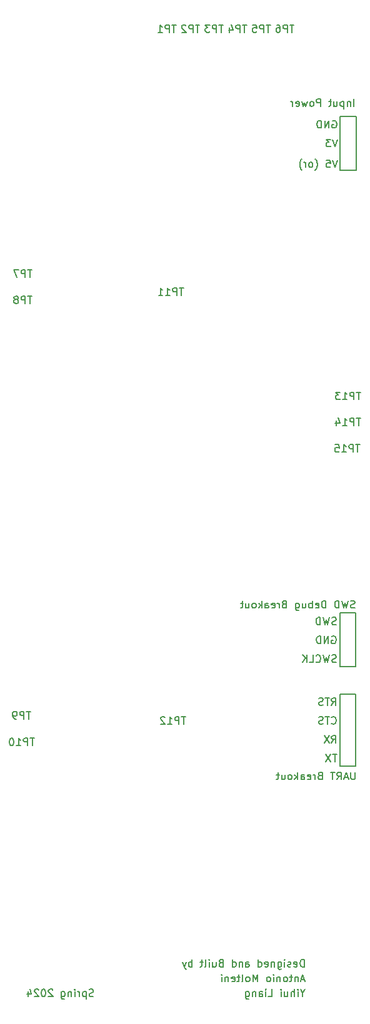
<source format=gbr>
%TF.GenerationSoftware,KiCad,Pcbnew,8.0.1*%
%TF.CreationDate,2024-04-24T01:01:48-07:00*%
%TF.ProjectId,BatteryTelemetry,42617474-6572-4795-9465-6c656d657472,rev?*%
%TF.SameCoordinates,Original*%
%TF.FileFunction,Legend,Bot*%
%TF.FilePolarity,Positive*%
%FSLAX46Y46*%
G04 Gerber Fmt 4.6, Leading zero omitted, Abs format (unit mm)*
G04 Created by KiCad (PCBNEW 8.0.1) date 2024-04-24 01:01:48*
%MOMM*%
%LPD*%
G01*
G04 APERTURE LIST*
%ADD10C,0.150000*%
G04 APERTURE END LIST*
D10*
X42610839Y-157484700D02*
X42467982Y-157532319D01*
X42467982Y-157532319D02*
X42229887Y-157532319D01*
X42229887Y-157532319D02*
X42134649Y-157484700D01*
X42134649Y-157484700D02*
X42087030Y-157437080D01*
X42087030Y-157437080D02*
X42039411Y-157341842D01*
X42039411Y-157341842D02*
X42039411Y-157246604D01*
X42039411Y-157246604D02*
X42087030Y-157151366D01*
X42087030Y-157151366D02*
X42134649Y-157103747D01*
X42134649Y-157103747D02*
X42229887Y-157056128D01*
X42229887Y-157056128D02*
X42420363Y-157008509D01*
X42420363Y-157008509D02*
X42515601Y-156960890D01*
X42515601Y-156960890D02*
X42563220Y-156913271D01*
X42563220Y-156913271D02*
X42610839Y-156818033D01*
X42610839Y-156818033D02*
X42610839Y-156722795D01*
X42610839Y-156722795D02*
X42563220Y-156627557D01*
X42563220Y-156627557D02*
X42515601Y-156579938D01*
X42515601Y-156579938D02*
X42420363Y-156532319D01*
X42420363Y-156532319D02*
X42182268Y-156532319D01*
X42182268Y-156532319D02*
X42039411Y-156579938D01*
X41610839Y-156865652D02*
X41610839Y-157865652D01*
X41610839Y-156913271D02*
X41515601Y-156865652D01*
X41515601Y-156865652D02*
X41325125Y-156865652D01*
X41325125Y-156865652D02*
X41229887Y-156913271D01*
X41229887Y-156913271D02*
X41182268Y-156960890D01*
X41182268Y-156960890D02*
X41134649Y-157056128D01*
X41134649Y-157056128D02*
X41134649Y-157341842D01*
X41134649Y-157341842D02*
X41182268Y-157437080D01*
X41182268Y-157437080D02*
X41229887Y-157484700D01*
X41229887Y-157484700D02*
X41325125Y-157532319D01*
X41325125Y-157532319D02*
X41515601Y-157532319D01*
X41515601Y-157532319D02*
X41610839Y-157484700D01*
X40706077Y-157532319D02*
X40706077Y-156865652D01*
X40706077Y-157056128D02*
X40658458Y-156960890D01*
X40658458Y-156960890D02*
X40610839Y-156913271D01*
X40610839Y-156913271D02*
X40515601Y-156865652D01*
X40515601Y-156865652D02*
X40420363Y-156865652D01*
X40087029Y-157532319D02*
X40087029Y-156865652D01*
X40087029Y-156532319D02*
X40134648Y-156579938D01*
X40134648Y-156579938D02*
X40087029Y-156627557D01*
X40087029Y-156627557D02*
X40039410Y-156579938D01*
X40039410Y-156579938D02*
X40087029Y-156532319D01*
X40087029Y-156532319D02*
X40087029Y-156627557D01*
X39610839Y-156865652D02*
X39610839Y-157532319D01*
X39610839Y-156960890D02*
X39563220Y-156913271D01*
X39563220Y-156913271D02*
X39467982Y-156865652D01*
X39467982Y-156865652D02*
X39325125Y-156865652D01*
X39325125Y-156865652D02*
X39229887Y-156913271D01*
X39229887Y-156913271D02*
X39182268Y-157008509D01*
X39182268Y-157008509D02*
X39182268Y-157532319D01*
X38277506Y-156865652D02*
X38277506Y-157675176D01*
X38277506Y-157675176D02*
X38325125Y-157770414D01*
X38325125Y-157770414D02*
X38372744Y-157818033D01*
X38372744Y-157818033D02*
X38467982Y-157865652D01*
X38467982Y-157865652D02*
X38610839Y-157865652D01*
X38610839Y-157865652D02*
X38706077Y-157818033D01*
X38277506Y-157484700D02*
X38372744Y-157532319D01*
X38372744Y-157532319D02*
X38563220Y-157532319D01*
X38563220Y-157532319D02*
X38658458Y-157484700D01*
X38658458Y-157484700D02*
X38706077Y-157437080D01*
X38706077Y-157437080D02*
X38753696Y-157341842D01*
X38753696Y-157341842D02*
X38753696Y-157056128D01*
X38753696Y-157056128D02*
X38706077Y-156960890D01*
X38706077Y-156960890D02*
X38658458Y-156913271D01*
X38658458Y-156913271D02*
X38563220Y-156865652D01*
X38563220Y-156865652D02*
X38372744Y-156865652D01*
X38372744Y-156865652D02*
X38277506Y-156913271D01*
X37087029Y-156627557D02*
X37039410Y-156579938D01*
X37039410Y-156579938D02*
X36944172Y-156532319D01*
X36944172Y-156532319D02*
X36706077Y-156532319D01*
X36706077Y-156532319D02*
X36610839Y-156579938D01*
X36610839Y-156579938D02*
X36563220Y-156627557D01*
X36563220Y-156627557D02*
X36515601Y-156722795D01*
X36515601Y-156722795D02*
X36515601Y-156818033D01*
X36515601Y-156818033D02*
X36563220Y-156960890D01*
X36563220Y-156960890D02*
X37134648Y-157532319D01*
X37134648Y-157532319D02*
X36515601Y-157532319D01*
X35896553Y-156532319D02*
X35801315Y-156532319D01*
X35801315Y-156532319D02*
X35706077Y-156579938D01*
X35706077Y-156579938D02*
X35658458Y-156627557D01*
X35658458Y-156627557D02*
X35610839Y-156722795D01*
X35610839Y-156722795D02*
X35563220Y-156913271D01*
X35563220Y-156913271D02*
X35563220Y-157151366D01*
X35563220Y-157151366D02*
X35610839Y-157341842D01*
X35610839Y-157341842D02*
X35658458Y-157437080D01*
X35658458Y-157437080D02*
X35706077Y-157484700D01*
X35706077Y-157484700D02*
X35801315Y-157532319D01*
X35801315Y-157532319D02*
X35896553Y-157532319D01*
X35896553Y-157532319D02*
X35991791Y-157484700D01*
X35991791Y-157484700D02*
X36039410Y-157437080D01*
X36039410Y-157437080D02*
X36087029Y-157341842D01*
X36087029Y-157341842D02*
X36134648Y-157151366D01*
X36134648Y-157151366D02*
X36134648Y-156913271D01*
X36134648Y-156913271D02*
X36087029Y-156722795D01*
X36087029Y-156722795D02*
X36039410Y-156627557D01*
X36039410Y-156627557D02*
X35991791Y-156579938D01*
X35991791Y-156579938D02*
X35896553Y-156532319D01*
X35182267Y-156627557D02*
X35134648Y-156579938D01*
X35134648Y-156579938D02*
X35039410Y-156532319D01*
X35039410Y-156532319D02*
X34801315Y-156532319D01*
X34801315Y-156532319D02*
X34706077Y-156579938D01*
X34706077Y-156579938D02*
X34658458Y-156627557D01*
X34658458Y-156627557D02*
X34610839Y-156722795D01*
X34610839Y-156722795D02*
X34610839Y-156818033D01*
X34610839Y-156818033D02*
X34658458Y-156960890D01*
X34658458Y-156960890D02*
X35229886Y-157532319D01*
X35229886Y-157532319D02*
X34610839Y-157532319D01*
X33753696Y-156865652D02*
X33753696Y-157532319D01*
X33991791Y-156484700D02*
X34229886Y-157198985D01*
X34229886Y-157198985D02*
X33610839Y-157198985D01*
X78063220Y-127169819D02*
X78063220Y-127979342D01*
X78063220Y-127979342D02*
X78015601Y-128074580D01*
X78015601Y-128074580D02*
X77967982Y-128122200D01*
X77967982Y-128122200D02*
X77872744Y-128169819D01*
X77872744Y-128169819D02*
X77682268Y-128169819D01*
X77682268Y-128169819D02*
X77587030Y-128122200D01*
X77587030Y-128122200D02*
X77539411Y-128074580D01*
X77539411Y-128074580D02*
X77491792Y-127979342D01*
X77491792Y-127979342D02*
X77491792Y-127169819D01*
X77063220Y-127884104D02*
X76587030Y-127884104D01*
X77158458Y-128169819D02*
X76825125Y-127169819D01*
X76825125Y-127169819D02*
X76491792Y-128169819D01*
X75587030Y-128169819D02*
X75920363Y-127693628D01*
X76158458Y-128169819D02*
X76158458Y-127169819D01*
X76158458Y-127169819D02*
X75777506Y-127169819D01*
X75777506Y-127169819D02*
X75682268Y-127217438D01*
X75682268Y-127217438D02*
X75634649Y-127265057D01*
X75634649Y-127265057D02*
X75587030Y-127360295D01*
X75587030Y-127360295D02*
X75587030Y-127503152D01*
X75587030Y-127503152D02*
X75634649Y-127598390D01*
X75634649Y-127598390D02*
X75682268Y-127646009D01*
X75682268Y-127646009D02*
X75777506Y-127693628D01*
X75777506Y-127693628D02*
X76158458Y-127693628D01*
X75301315Y-127169819D02*
X74729887Y-127169819D01*
X75015601Y-128169819D02*
X75015601Y-127169819D01*
X73301315Y-127646009D02*
X73158458Y-127693628D01*
X73158458Y-127693628D02*
X73110839Y-127741247D01*
X73110839Y-127741247D02*
X73063220Y-127836485D01*
X73063220Y-127836485D02*
X73063220Y-127979342D01*
X73063220Y-127979342D02*
X73110839Y-128074580D01*
X73110839Y-128074580D02*
X73158458Y-128122200D01*
X73158458Y-128122200D02*
X73253696Y-128169819D01*
X73253696Y-128169819D02*
X73634648Y-128169819D01*
X73634648Y-128169819D02*
X73634648Y-127169819D01*
X73634648Y-127169819D02*
X73301315Y-127169819D01*
X73301315Y-127169819D02*
X73206077Y-127217438D01*
X73206077Y-127217438D02*
X73158458Y-127265057D01*
X73158458Y-127265057D02*
X73110839Y-127360295D01*
X73110839Y-127360295D02*
X73110839Y-127455533D01*
X73110839Y-127455533D02*
X73158458Y-127550771D01*
X73158458Y-127550771D02*
X73206077Y-127598390D01*
X73206077Y-127598390D02*
X73301315Y-127646009D01*
X73301315Y-127646009D02*
X73634648Y-127646009D01*
X72634648Y-128169819D02*
X72634648Y-127503152D01*
X72634648Y-127693628D02*
X72587029Y-127598390D01*
X72587029Y-127598390D02*
X72539410Y-127550771D01*
X72539410Y-127550771D02*
X72444172Y-127503152D01*
X72444172Y-127503152D02*
X72348934Y-127503152D01*
X71634648Y-128122200D02*
X71729886Y-128169819D01*
X71729886Y-128169819D02*
X71920362Y-128169819D01*
X71920362Y-128169819D02*
X72015600Y-128122200D01*
X72015600Y-128122200D02*
X72063219Y-128026961D01*
X72063219Y-128026961D02*
X72063219Y-127646009D01*
X72063219Y-127646009D02*
X72015600Y-127550771D01*
X72015600Y-127550771D02*
X71920362Y-127503152D01*
X71920362Y-127503152D02*
X71729886Y-127503152D01*
X71729886Y-127503152D02*
X71634648Y-127550771D01*
X71634648Y-127550771D02*
X71587029Y-127646009D01*
X71587029Y-127646009D02*
X71587029Y-127741247D01*
X71587029Y-127741247D02*
X72063219Y-127836485D01*
X70729886Y-128169819D02*
X70729886Y-127646009D01*
X70729886Y-127646009D02*
X70777505Y-127550771D01*
X70777505Y-127550771D02*
X70872743Y-127503152D01*
X70872743Y-127503152D02*
X71063219Y-127503152D01*
X71063219Y-127503152D02*
X71158457Y-127550771D01*
X70729886Y-128122200D02*
X70825124Y-128169819D01*
X70825124Y-128169819D02*
X71063219Y-128169819D01*
X71063219Y-128169819D02*
X71158457Y-128122200D01*
X71158457Y-128122200D02*
X71206076Y-128026961D01*
X71206076Y-128026961D02*
X71206076Y-127931723D01*
X71206076Y-127931723D02*
X71158457Y-127836485D01*
X71158457Y-127836485D02*
X71063219Y-127788866D01*
X71063219Y-127788866D02*
X70825124Y-127788866D01*
X70825124Y-127788866D02*
X70729886Y-127741247D01*
X70253695Y-128169819D02*
X70253695Y-127169819D01*
X70158457Y-127788866D02*
X69872743Y-128169819D01*
X69872743Y-127503152D02*
X70253695Y-127884104D01*
X69301314Y-128169819D02*
X69396552Y-128122200D01*
X69396552Y-128122200D02*
X69444171Y-128074580D01*
X69444171Y-128074580D02*
X69491790Y-127979342D01*
X69491790Y-127979342D02*
X69491790Y-127693628D01*
X69491790Y-127693628D02*
X69444171Y-127598390D01*
X69444171Y-127598390D02*
X69396552Y-127550771D01*
X69396552Y-127550771D02*
X69301314Y-127503152D01*
X69301314Y-127503152D02*
X69158457Y-127503152D01*
X69158457Y-127503152D02*
X69063219Y-127550771D01*
X69063219Y-127550771D02*
X69015600Y-127598390D01*
X69015600Y-127598390D02*
X68967981Y-127693628D01*
X68967981Y-127693628D02*
X68967981Y-127979342D01*
X68967981Y-127979342D02*
X69015600Y-128074580D01*
X69015600Y-128074580D02*
X69063219Y-128122200D01*
X69063219Y-128122200D02*
X69158457Y-128169819D01*
X69158457Y-128169819D02*
X69301314Y-128169819D01*
X68110838Y-127503152D02*
X68110838Y-128169819D01*
X68539409Y-127503152D02*
X68539409Y-128026961D01*
X68539409Y-128026961D02*
X68491790Y-128122200D01*
X68491790Y-128122200D02*
X68396552Y-128169819D01*
X68396552Y-128169819D02*
X68253695Y-128169819D01*
X68253695Y-128169819D02*
X68158457Y-128122200D01*
X68158457Y-128122200D02*
X68110838Y-128074580D01*
X67777504Y-127503152D02*
X67396552Y-127503152D01*
X67634647Y-127169819D02*
X67634647Y-128026961D01*
X67634647Y-128026961D02*
X67587028Y-128122200D01*
X67587028Y-128122200D02*
X67491790Y-128169819D01*
X67491790Y-128169819D02*
X67396552Y-128169819D01*
X54806077Y-61669819D02*
X54234649Y-61669819D01*
X54520363Y-62669819D02*
X54520363Y-61669819D01*
X53901315Y-62669819D02*
X53901315Y-61669819D01*
X53901315Y-61669819D02*
X53520363Y-61669819D01*
X53520363Y-61669819D02*
X53425125Y-61717438D01*
X53425125Y-61717438D02*
X53377506Y-61765057D01*
X53377506Y-61765057D02*
X53329887Y-61860295D01*
X53329887Y-61860295D02*
X53329887Y-62003152D01*
X53329887Y-62003152D02*
X53377506Y-62098390D01*
X53377506Y-62098390D02*
X53425125Y-62146009D01*
X53425125Y-62146009D02*
X53520363Y-62193628D01*
X53520363Y-62193628D02*
X53901315Y-62193628D01*
X52377506Y-62669819D02*
X52948934Y-62669819D01*
X52663220Y-62669819D02*
X52663220Y-61669819D01*
X52663220Y-61669819D02*
X52758458Y-61812676D01*
X52758458Y-61812676D02*
X52853696Y-61907914D01*
X52853696Y-61907914D02*
X52948934Y-61955533D01*
X51425125Y-62669819D02*
X51996553Y-62669819D01*
X51710839Y-62669819D02*
X51710839Y-61669819D01*
X51710839Y-61669819D02*
X51806077Y-61812676D01*
X51806077Y-61812676D02*
X51901315Y-61907914D01*
X51901315Y-61907914D02*
X51996553Y-61955533D01*
X55106077Y-119669819D02*
X54534649Y-119669819D01*
X54820363Y-120669819D02*
X54820363Y-119669819D01*
X54201315Y-120669819D02*
X54201315Y-119669819D01*
X54201315Y-119669819D02*
X53820363Y-119669819D01*
X53820363Y-119669819D02*
X53725125Y-119717438D01*
X53725125Y-119717438D02*
X53677506Y-119765057D01*
X53677506Y-119765057D02*
X53629887Y-119860295D01*
X53629887Y-119860295D02*
X53629887Y-120003152D01*
X53629887Y-120003152D02*
X53677506Y-120098390D01*
X53677506Y-120098390D02*
X53725125Y-120146009D01*
X53725125Y-120146009D02*
X53820363Y-120193628D01*
X53820363Y-120193628D02*
X54201315Y-120193628D01*
X52677506Y-120669819D02*
X53248934Y-120669819D01*
X52963220Y-120669819D02*
X52963220Y-119669819D01*
X52963220Y-119669819D02*
X53058458Y-119812676D01*
X53058458Y-119812676D02*
X53153696Y-119907914D01*
X53153696Y-119907914D02*
X53248934Y-119955533D01*
X52296553Y-119765057D02*
X52248934Y-119717438D01*
X52248934Y-119717438D02*
X52153696Y-119669819D01*
X52153696Y-119669819D02*
X51915601Y-119669819D01*
X51915601Y-119669819D02*
X51820363Y-119717438D01*
X51820363Y-119717438D02*
X51772744Y-119765057D01*
X51772744Y-119765057D02*
X51725125Y-119860295D01*
X51725125Y-119860295D02*
X51725125Y-119955533D01*
X51725125Y-119955533D02*
X51772744Y-120098390D01*
X51772744Y-120098390D02*
X52344172Y-120669819D01*
X52344172Y-120669819D02*
X51725125Y-120669819D01*
X78706077Y-82869819D02*
X78134649Y-82869819D01*
X78420363Y-83869819D02*
X78420363Y-82869819D01*
X77801315Y-83869819D02*
X77801315Y-82869819D01*
X77801315Y-82869819D02*
X77420363Y-82869819D01*
X77420363Y-82869819D02*
X77325125Y-82917438D01*
X77325125Y-82917438D02*
X77277506Y-82965057D01*
X77277506Y-82965057D02*
X77229887Y-83060295D01*
X77229887Y-83060295D02*
X77229887Y-83203152D01*
X77229887Y-83203152D02*
X77277506Y-83298390D01*
X77277506Y-83298390D02*
X77325125Y-83346009D01*
X77325125Y-83346009D02*
X77420363Y-83393628D01*
X77420363Y-83393628D02*
X77801315Y-83393628D01*
X76277506Y-83869819D02*
X76848934Y-83869819D01*
X76563220Y-83869819D02*
X76563220Y-82869819D01*
X76563220Y-82869819D02*
X76658458Y-83012676D01*
X76658458Y-83012676D02*
X76753696Y-83107914D01*
X76753696Y-83107914D02*
X76848934Y-83155533D01*
X75372744Y-82869819D02*
X75848934Y-82869819D01*
X75848934Y-82869819D02*
X75896553Y-83346009D01*
X75896553Y-83346009D02*
X75848934Y-83298390D01*
X75848934Y-83298390D02*
X75753696Y-83250771D01*
X75753696Y-83250771D02*
X75515601Y-83250771D01*
X75515601Y-83250771D02*
X75420363Y-83298390D01*
X75420363Y-83298390D02*
X75372744Y-83346009D01*
X75372744Y-83346009D02*
X75325125Y-83441247D01*
X75325125Y-83441247D02*
X75325125Y-83679342D01*
X75325125Y-83679342D02*
X75372744Y-83774580D01*
X75372744Y-83774580D02*
X75420363Y-83822200D01*
X75420363Y-83822200D02*
X75515601Y-83869819D01*
X75515601Y-83869819D02*
X75753696Y-83869819D01*
X75753696Y-83869819D02*
X75848934Y-83822200D01*
X75848934Y-83822200D02*
X75896553Y-83774580D01*
X78806077Y-79269819D02*
X78234649Y-79269819D01*
X78520363Y-80269819D02*
X78520363Y-79269819D01*
X77901315Y-80269819D02*
X77901315Y-79269819D01*
X77901315Y-79269819D02*
X77520363Y-79269819D01*
X77520363Y-79269819D02*
X77425125Y-79317438D01*
X77425125Y-79317438D02*
X77377506Y-79365057D01*
X77377506Y-79365057D02*
X77329887Y-79460295D01*
X77329887Y-79460295D02*
X77329887Y-79603152D01*
X77329887Y-79603152D02*
X77377506Y-79698390D01*
X77377506Y-79698390D02*
X77425125Y-79746009D01*
X77425125Y-79746009D02*
X77520363Y-79793628D01*
X77520363Y-79793628D02*
X77901315Y-79793628D01*
X76377506Y-80269819D02*
X76948934Y-80269819D01*
X76663220Y-80269819D02*
X76663220Y-79269819D01*
X76663220Y-79269819D02*
X76758458Y-79412676D01*
X76758458Y-79412676D02*
X76853696Y-79507914D01*
X76853696Y-79507914D02*
X76948934Y-79555533D01*
X75520363Y-79603152D02*
X75520363Y-80269819D01*
X75758458Y-79222200D02*
X75996553Y-79936485D01*
X75996553Y-79936485D02*
X75377506Y-79936485D01*
X78806077Y-75769819D02*
X78234649Y-75769819D01*
X78520363Y-76769819D02*
X78520363Y-75769819D01*
X77901315Y-76769819D02*
X77901315Y-75769819D01*
X77901315Y-75769819D02*
X77520363Y-75769819D01*
X77520363Y-75769819D02*
X77425125Y-75817438D01*
X77425125Y-75817438D02*
X77377506Y-75865057D01*
X77377506Y-75865057D02*
X77329887Y-75960295D01*
X77329887Y-75960295D02*
X77329887Y-76103152D01*
X77329887Y-76103152D02*
X77377506Y-76198390D01*
X77377506Y-76198390D02*
X77425125Y-76246009D01*
X77425125Y-76246009D02*
X77520363Y-76293628D01*
X77520363Y-76293628D02*
X77901315Y-76293628D01*
X76377506Y-76769819D02*
X76948934Y-76769819D01*
X76663220Y-76769819D02*
X76663220Y-75769819D01*
X76663220Y-75769819D02*
X76758458Y-75912676D01*
X76758458Y-75912676D02*
X76853696Y-76007914D01*
X76853696Y-76007914D02*
X76948934Y-76055533D01*
X76044172Y-75769819D02*
X75425125Y-75769819D01*
X75425125Y-75769819D02*
X75758458Y-76150771D01*
X75758458Y-76150771D02*
X75615601Y-76150771D01*
X75615601Y-76150771D02*
X75520363Y-76198390D01*
X75520363Y-76198390D02*
X75472744Y-76246009D01*
X75472744Y-76246009D02*
X75425125Y-76341247D01*
X75425125Y-76341247D02*
X75425125Y-76579342D01*
X75425125Y-76579342D02*
X75472744Y-76674580D01*
X75472744Y-76674580D02*
X75520363Y-76722200D01*
X75520363Y-76722200D02*
X75615601Y-76769819D01*
X75615601Y-76769819D02*
X75901315Y-76769819D01*
X75901315Y-76769819D02*
X75996553Y-76722200D01*
X75996553Y-76722200D02*
X76044172Y-76674580D01*
X34606077Y-122569819D02*
X34034649Y-122569819D01*
X34320363Y-123569819D02*
X34320363Y-122569819D01*
X33701315Y-123569819D02*
X33701315Y-122569819D01*
X33701315Y-122569819D02*
X33320363Y-122569819D01*
X33320363Y-122569819D02*
X33225125Y-122617438D01*
X33225125Y-122617438D02*
X33177506Y-122665057D01*
X33177506Y-122665057D02*
X33129887Y-122760295D01*
X33129887Y-122760295D02*
X33129887Y-122903152D01*
X33129887Y-122903152D02*
X33177506Y-122998390D01*
X33177506Y-122998390D02*
X33225125Y-123046009D01*
X33225125Y-123046009D02*
X33320363Y-123093628D01*
X33320363Y-123093628D02*
X33701315Y-123093628D01*
X32177506Y-123569819D02*
X32748934Y-123569819D01*
X32463220Y-123569819D02*
X32463220Y-122569819D01*
X32463220Y-122569819D02*
X32558458Y-122712676D01*
X32558458Y-122712676D02*
X32653696Y-122807914D01*
X32653696Y-122807914D02*
X32748934Y-122855533D01*
X31558458Y-122569819D02*
X31463220Y-122569819D01*
X31463220Y-122569819D02*
X31367982Y-122617438D01*
X31367982Y-122617438D02*
X31320363Y-122665057D01*
X31320363Y-122665057D02*
X31272744Y-122760295D01*
X31272744Y-122760295D02*
X31225125Y-122950771D01*
X31225125Y-122950771D02*
X31225125Y-123188866D01*
X31225125Y-123188866D02*
X31272744Y-123379342D01*
X31272744Y-123379342D02*
X31320363Y-123474580D01*
X31320363Y-123474580D02*
X31367982Y-123522200D01*
X31367982Y-123522200D02*
X31463220Y-123569819D01*
X31463220Y-123569819D02*
X31558458Y-123569819D01*
X31558458Y-123569819D02*
X31653696Y-123522200D01*
X31653696Y-123522200D02*
X31701315Y-123474580D01*
X31701315Y-123474580D02*
X31748934Y-123379342D01*
X31748934Y-123379342D02*
X31796553Y-123188866D01*
X31796553Y-123188866D02*
X31796553Y-122950771D01*
X31796553Y-122950771D02*
X31748934Y-122760295D01*
X31748934Y-122760295D02*
X31701315Y-122665057D01*
X31701315Y-122665057D02*
X31653696Y-122617438D01*
X31653696Y-122617438D02*
X31558458Y-122569819D01*
X34106077Y-118969819D02*
X33534649Y-118969819D01*
X33820363Y-119969819D02*
X33820363Y-118969819D01*
X33201315Y-119969819D02*
X33201315Y-118969819D01*
X33201315Y-118969819D02*
X32820363Y-118969819D01*
X32820363Y-118969819D02*
X32725125Y-119017438D01*
X32725125Y-119017438D02*
X32677506Y-119065057D01*
X32677506Y-119065057D02*
X32629887Y-119160295D01*
X32629887Y-119160295D02*
X32629887Y-119303152D01*
X32629887Y-119303152D02*
X32677506Y-119398390D01*
X32677506Y-119398390D02*
X32725125Y-119446009D01*
X32725125Y-119446009D02*
X32820363Y-119493628D01*
X32820363Y-119493628D02*
X33201315Y-119493628D01*
X32153696Y-119969819D02*
X31963220Y-119969819D01*
X31963220Y-119969819D02*
X31867982Y-119922200D01*
X31867982Y-119922200D02*
X31820363Y-119874580D01*
X31820363Y-119874580D02*
X31725125Y-119731723D01*
X31725125Y-119731723D02*
X31677506Y-119541247D01*
X31677506Y-119541247D02*
X31677506Y-119160295D01*
X31677506Y-119160295D02*
X31725125Y-119065057D01*
X31725125Y-119065057D02*
X31772744Y-119017438D01*
X31772744Y-119017438D02*
X31867982Y-118969819D01*
X31867982Y-118969819D02*
X32058458Y-118969819D01*
X32058458Y-118969819D02*
X32153696Y-119017438D01*
X32153696Y-119017438D02*
X32201315Y-119065057D01*
X32201315Y-119065057D02*
X32248934Y-119160295D01*
X32248934Y-119160295D02*
X32248934Y-119398390D01*
X32248934Y-119398390D02*
X32201315Y-119493628D01*
X32201315Y-119493628D02*
X32153696Y-119541247D01*
X32153696Y-119541247D02*
X32058458Y-119588866D01*
X32058458Y-119588866D02*
X31867982Y-119588866D01*
X31867982Y-119588866D02*
X31772744Y-119541247D01*
X31772744Y-119541247D02*
X31725125Y-119493628D01*
X31725125Y-119493628D02*
X31677506Y-119398390D01*
X34288220Y-62773569D02*
X33716792Y-62773569D01*
X34002506Y-63773569D02*
X34002506Y-62773569D01*
X33383458Y-63773569D02*
X33383458Y-62773569D01*
X33383458Y-62773569D02*
X33002506Y-62773569D01*
X33002506Y-62773569D02*
X32907268Y-62821188D01*
X32907268Y-62821188D02*
X32859649Y-62868807D01*
X32859649Y-62868807D02*
X32812030Y-62964045D01*
X32812030Y-62964045D02*
X32812030Y-63106902D01*
X32812030Y-63106902D02*
X32859649Y-63202140D01*
X32859649Y-63202140D02*
X32907268Y-63249759D01*
X32907268Y-63249759D02*
X33002506Y-63297378D01*
X33002506Y-63297378D02*
X33383458Y-63297378D01*
X32240601Y-63202140D02*
X32335839Y-63154521D01*
X32335839Y-63154521D02*
X32383458Y-63106902D01*
X32383458Y-63106902D02*
X32431077Y-63011664D01*
X32431077Y-63011664D02*
X32431077Y-62964045D01*
X32431077Y-62964045D02*
X32383458Y-62868807D01*
X32383458Y-62868807D02*
X32335839Y-62821188D01*
X32335839Y-62821188D02*
X32240601Y-62773569D01*
X32240601Y-62773569D02*
X32050125Y-62773569D01*
X32050125Y-62773569D02*
X31954887Y-62821188D01*
X31954887Y-62821188D02*
X31907268Y-62868807D01*
X31907268Y-62868807D02*
X31859649Y-62964045D01*
X31859649Y-62964045D02*
X31859649Y-63011664D01*
X31859649Y-63011664D02*
X31907268Y-63106902D01*
X31907268Y-63106902D02*
X31954887Y-63154521D01*
X31954887Y-63154521D02*
X32050125Y-63202140D01*
X32050125Y-63202140D02*
X32240601Y-63202140D01*
X32240601Y-63202140D02*
X32335839Y-63249759D01*
X32335839Y-63249759D02*
X32383458Y-63297378D01*
X32383458Y-63297378D02*
X32431077Y-63392616D01*
X32431077Y-63392616D02*
X32431077Y-63583092D01*
X32431077Y-63583092D02*
X32383458Y-63678330D01*
X32383458Y-63678330D02*
X32335839Y-63725950D01*
X32335839Y-63725950D02*
X32240601Y-63773569D01*
X32240601Y-63773569D02*
X32050125Y-63773569D01*
X32050125Y-63773569D02*
X31954887Y-63725950D01*
X31954887Y-63725950D02*
X31907268Y-63678330D01*
X31907268Y-63678330D02*
X31859649Y-63583092D01*
X31859649Y-63583092D02*
X31859649Y-63392616D01*
X31859649Y-63392616D02*
X31907268Y-63297378D01*
X31907268Y-63297378D02*
X31954887Y-63249759D01*
X31954887Y-63249759D02*
X32050125Y-63202140D01*
X34288220Y-59223569D02*
X33716792Y-59223569D01*
X34002506Y-60223569D02*
X34002506Y-59223569D01*
X33383458Y-60223569D02*
X33383458Y-59223569D01*
X33383458Y-59223569D02*
X33002506Y-59223569D01*
X33002506Y-59223569D02*
X32907268Y-59271188D01*
X32907268Y-59271188D02*
X32859649Y-59318807D01*
X32859649Y-59318807D02*
X32812030Y-59414045D01*
X32812030Y-59414045D02*
X32812030Y-59556902D01*
X32812030Y-59556902D02*
X32859649Y-59652140D01*
X32859649Y-59652140D02*
X32907268Y-59699759D01*
X32907268Y-59699759D02*
X33002506Y-59747378D01*
X33002506Y-59747378D02*
X33383458Y-59747378D01*
X32478696Y-59223569D02*
X31812030Y-59223569D01*
X31812030Y-59223569D02*
X32240601Y-60223569D01*
X76000000Y-116600000D02*
X78150000Y-116600000D01*
X78150000Y-126325000D01*
X76000000Y-126325000D01*
X76000000Y-116600000D01*
X76025000Y-38475000D02*
X78175000Y-38475000D01*
X78175000Y-45775000D01*
X76025000Y-45775000D01*
X76025000Y-38475000D01*
X76000000Y-105600000D02*
X78150000Y-105600000D01*
X78150000Y-112900000D01*
X76000000Y-112900000D01*
X76000000Y-105600000D01*
X60193220Y-26094819D02*
X59621792Y-26094819D01*
X59907506Y-27094819D02*
X59907506Y-26094819D01*
X59288458Y-27094819D02*
X59288458Y-26094819D01*
X59288458Y-26094819D02*
X58907506Y-26094819D01*
X58907506Y-26094819D02*
X58812268Y-26142438D01*
X58812268Y-26142438D02*
X58764649Y-26190057D01*
X58764649Y-26190057D02*
X58717030Y-26285295D01*
X58717030Y-26285295D02*
X58717030Y-26428152D01*
X58717030Y-26428152D02*
X58764649Y-26523390D01*
X58764649Y-26523390D02*
X58812268Y-26571009D01*
X58812268Y-26571009D02*
X58907506Y-26618628D01*
X58907506Y-26618628D02*
X59288458Y-26618628D01*
X58383696Y-26094819D02*
X57764649Y-26094819D01*
X57764649Y-26094819D02*
X58097982Y-26475771D01*
X58097982Y-26475771D02*
X57955125Y-26475771D01*
X57955125Y-26475771D02*
X57859887Y-26523390D01*
X57859887Y-26523390D02*
X57812268Y-26571009D01*
X57812268Y-26571009D02*
X57764649Y-26666247D01*
X57764649Y-26666247D02*
X57764649Y-26904342D01*
X57764649Y-26904342D02*
X57812268Y-26999580D01*
X57812268Y-26999580D02*
X57859887Y-27047200D01*
X57859887Y-27047200D02*
X57955125Y-27094819D01*
X57955125Y-27094819D02*
X58240839Y-27094819D01*
X58240839Y-27094819D02*
X58336077Y-27047200D01*
X58336077Y-27047200D02*
X58383696Y-26999580D01*
X75485839Y-107193950D02*
X75342982Y-107241569D01*
X75342982Y-107241569D02*
X75104887Y-107241569D01*
X75104887Y-107241569D02*
X75009649Y-107193950D01*
X75009649Y-107193950D02*
X74962030Y-107146330D01*
X74962030Y-107146330D02*
X74914411Y-107051092D01*
X74914411Y-107051092D02*
X74914411Y-106955854D01*
X74914411Y-106955854D02*
X74962030Y-106860616D01*
X74962030Y-106860616D02*
X75009649Y-106812997D01*
X75009649Y-106812997D02*
X75104887Y-106765378D01*
X75104887Y-106765378D02*
X75295363Y-106717759D01*
X75295363Y-106717759D02*
X75390601Y-106670140D01*
X75390601Y-106670140D02*
X75438220Y-106622521D01*
X75438220Y-106622521D02*
X75485839Y-106527283D01*
X75485839Y-106527283D02*
X75485839Y-106432045D01*
X75485839Y-106432045D02*
X75438220Y-106336807D01*
X75438220Y-106336807D02*
X75390601Y-106289188D01*
X75390601Y-106289188D02*
X75295363Y-106241569D01*
X75295363Y-106241569D02*
X75057268Y-106241569D01*
X75057268Y-106241569D02*
X74914411Y-106289188D01*
X74581077Y-106241569D02*
X74342982Y-107241569D01*
X74342982Y-107241569D02*
X74152506Y-106527283D01*
X74152506Y-106527283D02*
X73962030Y-107241569D01*
X73962030Y-107241569D02*
X73723935Y-106241569D01*
X73342982Y-107241569D02*
X73342982Y-106241569D01*
X73342982Y-106241569D02*
X73104887Y-106241569D01*
X73104887Y-106241569D02*
X72962030Y-106289188D01*
X72962030Y-106289188D02*
X72866792Y-106384426D01*
X72866792Y-106384426D02*
X72819173Y-106479664D01*
X72819173Y-106479664D02*
X72771554Y-106670140D01*
X72771554Y-106670140D02*
X72771554Y-106812997D01*
X72771554Y-106812997D02*
X72819173Y-107003473D01*
X72819173Y-107003473D02*
X72866792Y-107098711D01*
X72866792Y-107098711D02*
X72962030Y-107193950D01*
X72962030Y-107193950D02*
X73104887Y-107241569D01*
X73104887Y-107241569D02*
X73342982Y-107241569D01*
X77913220Y-37119819D02*
X77913220Y-36119819D01*
X77437030Y-36453152D02*
X77437030Y-37119819D01*
X77437030Y-36548390D02*
X77389411Y-36500771D01*
X77389411Y-36500771D02*
X77294173Y-36453152D01*
X77294173Y-36453152D02*
X77151316Y-36453152D01*
X77151316Y-36453152D02*
X77056078Y-36500771D01*
X77056078Y-36500771D02*
X77008459Y-36596009D01*
X77008459Y-36596009D02*
X77008459Y-37119819D01*
X76532268Y-36453152D02*
X76532268Y-37453152D01*
X76532268Y-36500771D02*
X76437030Y-36453152D01*
X76437030Y-36453152D02*
X76246554Y-36453152D01*
X76246554Y-36453152D02*
X76151316Y-36500771D01*
X76151316Y-36500771D02*
X76103697Y-36548390D01*
X76103697Y-36548390D02*
X76056078Y-36643628D01*
X76056078Y-36643628D02*
X76056078Y-36929342D01*
X76056078Y-36929342D02*
X76103697Y-37024580D01*
X76103697Y-37024580D02*
X76151316Y-37072200D01*
X76151316Y-37072200D02*
X76246554Y-37119819D01*
X76246554Y-37119819D02*
X76437030Y-37119819D01*
X76437030Y-37119819D02*
X76532268Y-37072200D01*
X75198935Y-36453152D02*
X75198935Y-37119819D01*
X75627506Y-36453152D02*
X75627506Y-36976961D01*
X75627506Y-36976961D02*
X75579887Y-37072200D01*
X75579887Y-37072200D02*
X75484649Y-37119819D01*
X75484649Y-37119819D02*
X75341792Y-37119819D01*
X75341792Y-37119819D02*
X75246554Y-37072200D01*
X75246554Y-37072200D02*
X75198935Y-37024580D01*
X74865601Y-36453152D02*
X74484649Y-36453152D01*
X74722744Y-36119819D02*
X74722744Y-36976961D01*
X74722744Y-36976961D02*
X74675125Y-37072200D01*
X74675125Y-37072200D02*
X74579887Y-37119819D01*
X74579887Y-37119819D02*
X74484649Y-37119819D01*
X73389410Y-37119819D02*
X73389410Y-36119819D01*
X73389410Y-36119819D02*
X73008458Y-36119819D01*
X73008458Y-36119819D02*
X72913220Y-36167438D01*
X72913220Y-36167438D02*
X72865601Y-36215057D01*
X72865601Y-36215057D02*
X72817982Y-36310295D01*
X72817982Y-36310295D02*
X72817982Y-36453152D01*
X72817982Y-36453152D02*
X72865601Y-36548390D01*
X72865601Y-36548390D02*
X72913220Y-36596009D01*
X72913220Y-36596009D02*
X73008458Y-36643628D01*
X73008458Y-36643628D02*
X73389410Y-36643628D01*
X72246553Y-37119819D02*
X72341791Y-37072200D01*
X72341791Y-37072200D02*
X72389410Y-37024580D01*
X72389410Y-37024580D02*
X72437029Y-36929342D01*
X72437029Y-36929342D02*
X72437029Y-36643628D01*
X72437029Y-36643628D02*
X72389410Y-36548390D01*
X72389410Y-36548390D02*
X72341791Y-36500771D01*
X72341791Y-36500771D02*
X72246553Y-36453152D01*
X72246553Y-36453152D02*
X72103696Y-36453152D01*
X72103696Y-36453152D02*
X72008458Y-36500771D01*
X72008458Y-36500771D02*
X71960839Y-36548390D01*
X71960839Y-36548390D02*
X71913220Y-36643628D01*
X71913220Y-36643628D02*
X71913220Y-36929342D01*
X71913220Y-36929342D02*
X71960839Y-37024580D01*
X71960839Y-37024580D02*
X72008458Y-37072200D01*
X72008458Y-37072200D02*
X72103696Y-37119819D01*
X72103696Y-37119819D02*
X72246553Y-37119819D01*
X71579886Y-36453152D02*
X71389410Y-37119819D01*
X71389410Y-37119819D02*
X71198934Y-36643628D01*
X71198934Y-36643628D02*
X71008458Y-37119819D01*
X71008458Y-37119819D02*
X70817982Y-36453152D01*
X70056077Y-37072200D02*
X70151315Y-37119819D01*
X70151315Y-37119819D02*
X70341791Y-37119819D01*
X70341791Y-37119819D02*
X70437029Y-37072200D01*
X70437029Y-37072200D02*
X70484648Y-36976961D01*
X70484648Y-36976961D02*
X70484648Y-36596009D01*
X70484648Y-36596009D02*
X70437029Y-36500771D01*
X70437029Y-36500771D02*
X70341791Y-36453152D01*
X70341791Y-36453152D02*
X70151315Y-36453152D01*
X70151315Y-36453152D02*
X70056077Y-36500771D01*
X70056077Y-36500771D02*
X70008458Y-36596009D01*
X70008458Y-36596009D02*
X70008458Y-36691247D01*
X70008458Y-36691247D02*
X70484648Y-36786485D01*
X69579886Y-37119819D02*
X69579886Y-36453152D01*
X69579886Y-36643628D02*
X69532267Y-36548390D01*
X69532267Y-36548390D02*
X69484648Y-36500771D01*
X69484648Y-36500771D02*
X69389410Y-36453152D01*
X69389410Y-36453152D02*
X69294172Y-36453152D01*
X71210839Y-155234104D02*
X70734649Y-155234104D01*
X71306077Y-155519819D02*
X70972744Y-154519819D01*
X70972744Y-154519819D02*
X70639411Y-155519819D01*
X70306077Y-154853152D02*
X70306077Y-155519819D01*
X70306077Y-154948390D02*
X70258458Y-154900771D01*
X70258458Y-154900771D02*
X70163220Y-154853152D01*
X70163220Y-154853152D02*
X70020363Y-154853152D01*
X70020363Y-154853152D02*
X69925125Y-154900771D01*
X69925125Y-154900771D02*
X69877506Y-154996009D01*
X69877506Y-154996009D02*
X69877506Y-155519819D01*
X69544172Y-154853152D02*
X69163220Y-154853152D01*
X69401315Y-154519819D02*
X69401315Y-155376961D01*
X69401315Y-155376961D02*
X69353696Y-155472200D01*
X69353696Y-155472200D02*
X69258458Y-155519819D01*
X69258458Y-155519819D02*
X69163220Y-155519819D01*
X68687029Y-155519819D02*
X68782267Y-155472200D01*
X68782267Y-155472200D02*
X68829886Y-155424580D01*
X68829886Y-155424580D02*
X68877505Y-155329342D01*
X68877505Y-155329342D02*
X68877505Y-155043628D01*
X68877505Y-155043628D02*
X68829886Y-154948390D01*
X68829886Y-154948390D02*
X68782267Y-154900771D01*
X68782267Y-154900771D02*
X68687029Y-154853152D01*
X68687029Y-154853152D02*
X68544172Y-154853152D01*
X68544172Y-154853152D02*
X68448934Y-154900771D01*
X68448934Y-154900771D02*
X68401315Y-154948390D01*
X68401315Y-154948390D02*
X68353696Y-155043628D01*
X68353696Y-155043628D02*
X68353696Y-155329342D01*
X68353696Y-155329342D02*
X68401315Y-155424580D01*
X68401315Y-155424580D02*
X68448934Y-155472200D01*
X68448934Y-155472200D02*
X68544172Y-155519819D01*
X68544172Y-155519819D02*
X68687029Y-155519819D01*
X67925124Y-154853152D02*
X67925124Y-155519819D01*
X67925124Y-154948390D02*
X67877505Y-154900771D01*
X67877505Y-154900771D02*
X67782267Y-154853152D01*
X67782267Y-154853152D02*
X67639410Y-154853152D01*
X67639410Y-154853152D02*
X67544172Y-154900771D01*
X67544172Y-154900771D02*
X67496553Y-154996009D01*
X67496553Y-154996009D02*
X67496553Y-155519819D01*
X67020362Y-155519819D02*
X67020362Y-154853152D01*
X67020362Y-154519819D02*
X67067981Y-154567438D01*
X67067981Y-154567438D02*
X67020362Y-154615057D01*
X67020362Y-154615057D02*
X66972743Y-154567438D01*
X66972743Y-154567438D02*
X67020362Y-154519819D01*
X67020362Y-154519819D02*
X67020362Y-154615057D01*
X66401315Y-155519819D02*
X66496553Y-155472200D01*
X66496553Y-155472200D02*
X66544172Y-155424580D01*
X66544172Y-155424580D02*
X66591791Y-155329342D01*
X66591791Y-155329342D02*
X66591791Y-155043628D01*
X66591791Y-155043628D02*
X66544172Y-154948390D01*
X66544172Y-154948390D02*
X66496553Y-154900771D01*
X66496553Y-154900771D02*
X66401315Y-154853152D01*
X66401315Y-154853152D02*
X66258458Y-154853152D01*
X66258458Y-154853152D02*
X66163220Y-154900771D01*
X66163220Y-154900771D02*
X66115601Y-154948390D01*
X66115601Y-154948390D02*
X66067982Y-155043628D01*
X66067982Y-155043628D02*
X66067982Y-155329342D01*
X66067982Y-155329342D02*
X66115601Y-155424580D01*
X66115601Y-155424580D02*
X66163220Y-155472200D01*
X66163220Y-155472200D02*
X66258458Y-155519819D01*
X66258458Y-155519819D02*
X66401315Y-155519819D01*
X64877505Y-155519819D02*
X64877505Y-154519819D01*
X64877505Y-154519819D02*
X64544172Y-155234104D01*
X64544172Y-155234104D02*
X64210839Y-154519819D01*
X64210839Y-154519819D02*
X64210839Y-155519819D01*
X63591791Y-155519819D02*
X63687029Y-155472200D01*
X63687029Y-155472200D02*
X63734648Y-155424580D01*
X63734648Y-155424580D02*
X63782267Y-155329342D01*
X63782267Y-155329342D02*
X63782267Y-155043628D01*
X63782267Y-155043628D02*
X63734648Y-154948390D01*
X63734648Y-154948390D02*
X63687029Y-154900771D01*
X63687029Y-154900771D02*
X63591791Y-154853152D01*
X63591791Y-154853152D02*
X63448934Y-154853152D01*
X63448934Y-154853152D02*
X63353696Y-154900771D01*
X63353696Y-154900771D02*
X63306077Y-154948390D01*
X63306077Y-154948390D02*
X63258458Y-155043628D01*
X63258458Y-155043628D02*
X63258458Y-155329342D01*
X63258458Y-155329342D02*
X63306077Y-155424580D01*
X63306077Y-155424580D02*
X63353696Y-155472200D01*
X63353696Y-155472200D02*
X63448934Y-155519819D01*
X63448934Y-155519819D02*
X63591791Y-155519819D01*
X62687029Y-155519819D02*
X62782267Y-155472200D01*
X62782267Y-155472200D02*
X62829886Y-155376961D01*
X62829886Y-155376961D02*
X62829886Y-154519819D01*
X62448933Y-154853152D02*
X62067981Y-154853152D01*
X62306076Y-154519819D02*
X62306076Y-155376961D01*
X62306076Y-155376961D02*
X62258457Y-155472200D01*
X62258457Y-155472200D02*
X62163219Y-155519819D01*
X62163219Y-155519819D02*
X62067981Y-155519819D01*
X61353695Y-155472200D02*
X61448933Y-155519819D01*
X61448933Y-155519819D02*
X61639409Y-155519819D01*
X61639409Y-155519819D02*
X61734647Y-155472200D01*
X61734647Y-155472200D02*
X61782266Y-155376961D01*
X61782266Y-155376961D02*
X61782266Y-154996009D01*
X61782266Y-154996009D02*
X61734647Y-154900771D01*
X61734647Y-154900771D02*
X61639409Y-154853152D01*
X61639409Y-154853152D02*
X61448933Y-154853152D01*
X61448933Y-154853152D02*
X61353695Y-154900771D01*
X61353695Y-154900771D02*
X61306076Y-154996009D01*
X61306076Y-154996009D02*
X61306076Y-155091247D01*
X61306076Y-155091247D02*
X61782266Y-155186485D01*
X60877504Y-154853152D02*
X60877504Y-155519819D01*
X60877504Y-154948390D02*
X60829885Y-154900771D01*
X60829885Y-154900771D02*
X60734647Y-154853152D01*
X60734647Y-154853152D02*
X60591790Y-154853152D01*
X60591790Y-154853152D02*
X60496552Y-154900771D01*
X60496552Y-154900771D02*
X60448933Y-154996009D01*
X60448933Y-154996009D02*
X60448933Y-155519819D01*
X59972742Y-155519819D02*
X59972742Y-154853152D01*
X59972742Y-154519819D02*
X60020361Y-154567438D01*
X60020361Y-154567438D02*
X59972742Y-154615057D01*
X59972742Y-154615057D02*
X59925123Y-154567438D01*
X59925123Y-154567438D02*
X59972742Y-154519819D01*
X59972742Y-154519819D02*
X59972742Y-154615057D01*
X75656077Y-44361569D02*
X75322744Y-45361569D01*
X75322744Y-45361569D02*
X74989411Y-44361569D01*
X74179887Y-44361569D02*
X74656077Y-44361569D01*
X74656077Y-44361569D02*
X74703696Y-44837759D01*
X74703696Y-44837759D02*
X74656077Y-44790140D01*
X74656077Y-44790140D02*
X74560839Y-44742521D01*
X74560839Y-44742521D02*
X74322744Y-44742521D01*
X74322744Y-44742521D02*
X74227506Y-44790140D01*
X74227506Y-44790140D02*
X74179887Y-44837759D01*
X74179887Y-44837759D02*
X74132268Y-44932997D01*
X74132268Y-44932997D02*
X74132268Y-45171092D01*
X74132268Y-45171092D02*
X74179887Y-45266330D01*
X74179887Y-45266330D02*
X74227506Y-45313950D01*
X74227506Y-45313950D02*
X74322744Y-45361569D01*
X74322744Y-45361569D02*
X74560839Y-45361569D01*
X74560839Y-45361569D02*
X74656077Y-45313950D01*
X74656077Y-45313950D02*
X74703696Y-45266330D01*
X72656077Y-45742521D02*
X72703696Y-45694902D01*
X72703696Y-45694902D02*
X72798934Y-45552045D01*
X72798934Y-45552045D02*
X72846553Y-45456807D01*
X72846553Y-45456807D02*
X72894172Y-45313950D01*
X72894172Y-45313950D02*
X72941791Y-45075854D01*
X72941791Y-45075854D02*
X72941791Y-44885378D01*
X72941791Y-44885378D02*
X72894172Y-44647283D01*
X72894172Y-44647283D02*
X72846553Y-44504426D01*
X72846553Y-44504426D02*
X72798934Y-44409188D01*
X72798934Y-44409188D02*
X72703696Y-44266330D01*
X72703696Y-44266330D02*
X72656077Y-44218711D01*
X72132267Y-45361569D02*
X72227505Y-45313950D01*
X72227505Y-45313950D02*
X72275124Y-45266330D01*
X72275124Y-45266330D02*
X72322743Y-45171092D01*
X72322743Y-45171092D02*
X72322743Y-44885378D01*
X72322743Y-44885378D02*
X72275124Y-44790140D01*
X72275124Y-44790140D02*
X72227505Y-44742521D01*
X72227505Y-44742521D02*
X72132267Y-44694902D01*
X72132267Y-44694902D02*
X71989410Y-44694902D01*
X71989410Y-44694902D02*
X71894172Y-44742521D01*
X71894172Y-44742521D02*
X71846553Y-44790140D01*
X71846553Y-44790140D02*
X71798934Y-44885378D01*
X71798934Y-44885378D02*
X71798934Y-45171092D01*
X71798934Y-45171092D02*
X71846553Y-45266330D01*
X71846553Y-45266330D02*
X71894172Y-45313950D01*
X71894172Y-45313950D02*
X71989410Y-45361569D01*
X71989410Y-45361569D02*
X72132267Y-45361569D01*
X71370362Y-45361569D02*
X71370362Y-44694902D01*
X71370362Y-44885378D02*
X71322743Y-44790140D01*
X71322743Y-44790140D02*
X71275124Y-44742521D01*
X71275124Y-44742521D02*
X71179886Y-44694902D01*
X71179886Y-44694902D02*
X71084648Y-44694902D01*
X70846552Y-45742521D02*
X70798933Y-45694902D01*
X70798933Y-45694902D02*
X70703695Y-45552045D01*
X70703695Y-45552045D02*
X70656076Y-45456807D01*
X70656076Y-45456807D02*
X70608457Y-45313950D01*
X70608457Y-45313950D02*
X70560838Y-45075854D01*
X70560838Y-45075854D02*
X70560838Y-44885378D01*
X70560838Y-44885378D02*
X70608457Y-44647283D01*
X70608457Y-44647283D02*
X70656076Y-44504426D01*
X70656076Y-44504426D02*
X70703695Y-44409188D01*
X70703695Y-44409188D02*
X70798933Y-44266330D01*
X70798933Y-44266330D02*
X70846552Y-44218711D01*
X71163220Y-153507319D02*
X71163220Y-152507319D01*
X71163220Y-152507319D02*
X70925125Y-152507319D01*
X70925125Y-152507319D02*
X70782268Y-152554938D01*
X70782268Y-152554938D02*
X70687030Y-152650176D01*
X70687030Y-152650176D02*
X70639411Y-152745414D01*
X70639411Y-152745414D02*
X70591792Y-152935890D01*
X70591792Y-152935890D02*
X70591792Y-153078747D01*
X70591792Y-153078747D02*
X70639411Y-153269223D01*
X70639411Y-153269223D02*
X70687030Y-153364461D01*
X70687030Y-153364461D02*
X70782268Y-153459700D01*
X70782268Y-153459700D02*
X70925125Y-153507319D01*
X70925125Y-153507319D02*
X71163220Y-153507319D01*
X69782268Y-153459700D02*
X69877506Y-153507319D01*
X69877506Y-153507319D02*
X70067982Y-153507319D01*
X70067982Y-153507319D02*
X70163220Y-153459700D01*
X70163220Y-153459700D02*
X70210839Y-153364461D01*
X70210839Y-153364461D02*
X70210839Y-152983509D01*
X70210839Y-152983509D02*
X70163220Y-152888271D01*
X70163220Y-152888271D02*
X70067982Y-152840652D01*
X70067982Y-152840652D02*
X69877506Y-152840652D01*
X69877506Y-152840652D02*
X69782268Y-152888271D01*
X69782268Y-152888271D02*
X69734649Y-152983509D01*
X69734649Y-152983509D02*
X69734649Y-153078747D01*
X69734649Y-153078747D02*
X70210839Y-153173985D01*
X69353696Y-153459700D02*
X69258458Y-153507319D01*
X69258458Y-153507319D02*
X69067982Y-153507319D01*
X69067982Y-153507319D02*
X68972744Y-153459700D01*
X68972744Y-153459700D02*
X68925125Y-153364461D01*
X68925125Y-153364461D02*
X68925125Y-153316842D01*
X68925125Y-153316842D02*
X68972744Y-153221604D01*
X68972744Y-153221604D02*
X69067982Y-153173985D01*
X69067982Y-153173985D02*
X69210839Y-153173985D01*
X69210839Y-153173985D02*
X69306077Y-153126366D01*
X69306077Y-153126366D02*
X69353696Y-153031128D01*
X69353696Y-153031128D02*
X69353696Y-152983509D01*
X69353696Y-152983509D02*
X69306077Y-152888271D01*
X69306077Y-152888271D02*
X69210839Y-152840652D01*
X69210839Y-152840652D02*
X69067982Y-152840652D01*
X69067982Y-152840652D02*
X68972744Y-152888271D01*
X68496553Y-153507319D02*
X68496553Y-152840652D01*
X68496553Y-152507319D02*
X68544172Y-152554938D01*
X68544172Y-152554938D02*
X68496553Y-152602557D01*
X68496553Y-152602557D02*
X68448934Y-152554938D01*
X68448934Y-152554938D02*
X68496553Y-152507319D01*
X68496553Y-152507319D02*
X68496553Y-152602557D01*
X67591792Y-152840652D02*
X67591792Y-153650176D01*
X67591792Y-153650176D02*
X67639411Y-153745414D01*
X67639411Y-153745414D02*
X67687030Y-153793033D01*
X67687030Y-153793033D02*
X67782268Y-153840652D01*
X67782268Y-153840652D02*
X67925125Y-153840652D01*
X67925125Y-153840652D02*
X68020363Y-153793033D01*
X67591792Y-153459700D02*
X67687030Y-153507319D01*
X67687030Y-153507319D02*
X67877506Y-153507319D01*
X67877506Y-153507319D02*
X67972744Y-153459700D01*
X67972744Y-153459700D02*
X68020363Y-153412080D01*
X68020363Y-153412080D02*
X68067982Y-153316842D01*
X68067982Y-153316842D02*
X68067982Y-153031128D01*
X68067982Y-153031128D02*
X68020363Y-152935890D01*
X68020363Y-152935890D02*
X67972744Y-152888271D01*
X67972744Y-152888271D02*
X67877506Y-152840652D01*
X67877506Y-152840652D02*
X67687030Y-152840652D01*
X67687030Y-152840652D02*
X67591792Y-152888271D01*
X67115601Y-152840652D02*
X67115601Y-153507319D01*
X67115601Y-152935890D02*
X67067982Y-152888271D01*
X67067982Y-152888271D02*
X66972744Y-152840652D01*
X66972744Y-152840652D02*
X66829887Y-152840652D01*
X66829887Y-152840652D02*
X66734649Y-152888271D01*
X66734649Y-152888271D02*
X66687030Y-152983509D01*
X66687030Y-152983509D02*
X66687030Y-153507319D01*
X65829887Y-153459700D02*
X65925125Y-153507319D01*
X65925125Y-153507319D02*
X66115601Y-153507319D01*
X66115601Y-153507319D02*
X66210839Y-153459700D01*
X66210839Y-153459700D02*
X66258458Y-153364461D01*
X66258458Y-153364461D02*
X66258458Y-152983509D01*
X66258458Y-152983509D02*
X66210839Y-152888271D01*
X66210839Y-152888271D02*
X66115601Y-152840652D01*
X66115601Y-152840652D02*
X65925125Y-152840652D01*
X65925125Y-152840652D02*
X65829887Y-152888271D01*
X65829887Y-152888271D02*
X65782268Y-152983509D01*
X65782268Y-152983509D02*
X65782268Y-153078747D01*
X65782268Y-153078747D02*
X66258458Y-153173985D01*
X64925125Y-153507319D02*
X64925125Y-152507319D01*
X64925125Y-153459700D02*
X65020363Y-153507319D01*
X65020363Y-153507319D02*
X65210839Y-153507319D01*
X65210839Y-153507319D02*
X65306077Y-153459700D01*
X65306077Y-153459700D02*
X65353696Y-153412080D01*
X65353696Y-153412080D02*
X65401315Y-153316842D01*
X65401315Y-153316842D02*
X65401315Y-153031128D01*
X65401315Y-153031128D02*
X65353696Y-152935890D01*
X65353696Y-152935890D02*
X65306077Y-152888271D01*
X65306077Y-152888271D02*
X65210839Y-152840652D01*
X65210839Y-152840652D02*
X65020363Y-152840652D01*
X65020363Y-152840652D02*
X64925125Y-152888271D01*
X63258458Y-153507319D02*
X63258458Y-152983509D01*
X63258458Y-152983509D02*
X63306077Y-152888271D01*
X63306077Y-152888271D02*
X63401315Y-152840652D01*
X63401315Y-152840652D02*
X63591791Y-152840652D01*
X63591791Y-152840652D02*
X63687029Y-152888271D01*
X63258458Y-153459700D02*
X63353696Y-153507319D01*
X63353696Y-153507319D02*
X63591791Y-153507319D01*
X63591791Y-153507319D02*
X63687029Y-153459700D01*
X63687029Y-153459700D02*
X63734648Y-153364461D01*
X63734648Y-153364461D02*
X63734648Y-153269223D01*
X63734648Y-153269223D02*
X63687029Y-153173985D01*
X63687029Y-153173985D02*
X63591791Y-153126366D01*
X63591791Y-153126366D02*
X63353696Y-153126366D01*
X63353696Y-153126366D02*
X63258458Y-153078747D01*
X62782267Y-152840652D02*
X62782267Y-153507319D01*
X62782267Y-152935890D02*
X62734648Y-152888271D01*
X62734648Y-152888271D02*
X62639410Y-152840652D01*
X62639410Y-152840652D02*
X62496553Y-152840652D01*
X62496553Y-152840652D02*
X62401315Y-152888271D01*
X62401315Y-152888271D02*
X62353696Y-152983509D01*
X62353696Y-152983509D02*
X62353696Y-153507319D01*
X61448934Y-153507319D02*
X61448934Y-152507319D01*
X61448934Y-153459700D02*
X61544172Y-153507319D01*
X61544172Y-153507319D02*
X61734648Y-153507319D01*
X61734648Y-153507319D02*
X61829886Y-153459700D01*
X61829886Y-153459700D02*
X61877505Y-153412080D01*
X61877505Y-153412080D02*
X61925124Y-153316842D01*
X61925124Y-153316842D02*
X61925124Y-153031128D01*
X61925124Y-153031128D02*
X61877505Y-152935890D01*
X61877505Y-152935890D02*
X61829886Y-152888271D01*
X61829886Y-152888271D02*
X61734648Y-152840652D01*
X61734648Y-152840652D02*
X61544172Y-152840652D01*
X61544172Y-152840652D02*
X61448934Y-152888271D01*
X59877505Y-152983509D02*
X59734648Y-153031128D01*
X59734648Y-153031128D02*
X59687029Y-153078747D01*
X59687029Y-153078747D02*
X59639410Y-153173985D01*
X59639410Y-153173985D02*
X59639410Y-153316842D01*
X59639410Y-153316842D02*
X59687029Y-153412080D01*
X59687029Y-153412080D02*
X59734648Y-153459700D01*
X59734648Y-153459700D02*
X59829886Y-153507319D01*
X59829886Y-153507319D02*
X60210838Y-153507319D01*
X60210838Y-153507319D02*
X60210838Y-152507319D01*
X60210838Y-152507319D02*
X59877505Y-152507319D01*
X59877505Y-152507319D02*
X59782267Y-152554938D01*
X59782267Y-152554938D02*
X59734648Y-152602557D01*
X59734648Y-152602557D02*
X59687029Y-152697795D01*
X59687029Y-152697795D02*
X59687029Y-152793033D01*
X59687029Y-152793033D02*
X59734648Y-152888271D01*
X59734648Y-152888271D02*
X59782267Y-152935890D01*
X59782267Y-152935890D02*
X59877505Y-152983509D01*
X59877505Y-152983509D02*
X60210838Y-152983509D01*
X58782267Y-152840652D02*
X58782267Y-153507319D01*
X59210838Y-152840652D02*
X59210838Y-153364461D01*
X59210838Y-153364461D02*
X59163219Y-153459700D01*
X59163219Y-153459700D02*
X59067981Y-153507319D01*
X59067981Y-153507319D02*
X58925124Y-153507319D01*
X58925124Y-153507319D02*
X58829886Y-153459700D01*
X58829886Y-153459700D02*
X58782267Y-153412080D01*
X58306076Y-153507319D02*
X58306076Y-152840652D01*
X58306076Y-152507319D02*
X58353695Y-152554938D01*
X58353695Y-152554938D02*
X58306076Y-152602557D01*
X58306076Y-152602557D02*
X58258457Y-152554938D01*
X58258457Y-152554938D02*
X58306076Y-152507319D01*
X58306076Y-152507319D02*
X58306076Y-152602557D01*
X57687029Y-153507319D02*
X57782267Y-153459700D01*
X57782267Y-153459700D02*
X57829886Y-153364461D01*
X57829886Y-153364461D02*
X57829886Y-152507319D01*
X57448933Y-152840652D02*
X57067981Y-152840652D01*
X57306076Y-152507319D02*
X57306076Y-153364461D01*
X57306076Y-153364461D02*
X57258457Y-153459700D01*
X57258457Y-153459700D02*
X57163219Y-153507319D01*
X57163219Y-153507319D02*
X57067981Y-153507319D01*
X55972742Y-153507319D02*
X55972742Y-152507319D01*
X55972742Y-152888271D02*
X55877504Y-152840652D01*
X55877504Y-152840652D02*
X55687028Y-152840652D01*
X55687028Y-152840652D02*
X55591790Y-152888271D01*
X55591790Y-152888271D02*
X55544171Y-152935890D01*
X55544171Y-152935890D02*
X55496552Y-153031128D01*
X55496552Y-153031128D02*
X55496552Y-153316842D01*
X55496552Y-153316842D02*
X55544171Y-153412080D01*
X55544171Y-153412080D02*
X55591790Y-153459700D01*
X55591790Y-153459700D02*
X55687028Y-153507319D01*
X55687028Y-153507319D02*
X55877504Y-153507319D01*
X55877504Y-153507319D02*
X55972742Y-153459700D01*
X55163218Y-152840652D02*
X54925123Y-153507319D01*
X54687028Y-152840652D02*
X54925123Y-153507319D01*
X54925123Y-153507319D02*
X55020361Y-153745414D01*
X55020361Y-153745414D02*
X55067980Y-153793033D01*
X55067980Y-153793033D02*
X55163218Y-153840652D01*
X74914411Y-108817438D02*
X75009649Y-108769819D01*
X75009649Y-108769819D02*
X75152506Y-108769819D01*
X75152506Y-108769819D02*
X75295363Y-108817438D01*
X75295363Y-108817438D02*
X75390601Y-108912676D01*
X75390601Y-108912676D02*
X75438220Y-109007914D01*
X75438220Y-109007914D02*
X75485839Y-109198390D01*
X75485839Y-109198390D02*
X75485839Y-109341247D01*
X75485839Y-109341247D02*
X75438220Y-109531723D01*
X75438220Y-109531723D02*
X75390601Y-109626961D01*
X75390601Y-109626961D02*
X75295363Y-109722200D01*
X75295363Y-109722200D02*
X75152506Y-109769819D01*
X75152506Y-109769819D02*
X75057268Y-109769819D01*
X75057268Y-109769819D02*
X74914411Y-109722200D01*
X74914411Y-109722200D02*
X74866792Y-109674580D01*
X74866792Y-109674580D02*
X74866792Y-109341247D01*
X74866792Y-109341247D02*
X75057268Y-109341247D01*
X74438220Y-109769819D02*
X74438220Y-108769819D01*
X74438220Y-108769819D02*
X73866792Y-109769819D01*
X73866792Y-109769819D02*
X73866792Y-108769819D01*
X73390601Y-109769819D02*
X73390601Y-108769819D01*
X73390601Y-108769819D02*
X73152506Y-108769819D01*
X73152506Y-108769819D02*
X73009649Y-108817438D01*
X73009649Y-108817438D02*
X72914411Y-108912676D01*
X72914411Y-108912676D02*
X72866792Y-109007914D01*
X72866792Y-109007914D02*
X72819173Y-109198390D01*
X72819173Y-109198390D02*
X72819173Y-109341247D01*
X72819173Y-109341247D02*
X72866792Y-109531723D01*
X72866792Y-109531723D02*
X72914411Y-109626961D01*
X72914411Y-109626961D02*
X73009649Y-109722200D01*
X73009649Y-109722200D02*
X73152506Y-109769819D01*
X73152506Y-109769819D02*
X73390601Y-109769819D01*
X74866792Y-118126569D02*
X75200125Y-117650378D01*
X75438220Y-118126569D02*
X75438220Y-117126569D01*
X75438220Y-117126569D02*
X75057268Y-117126569D01*
X75057268Y-117126569D02*
X74962030Y-117174188D01*
X74962030Y-117174188D02*
X74914411Y-117221807D01*
X74914411Y-117221807D02*
X74866792Y-117317045D01*
X74866792Y-117317045D02*
X74866792Y-117459902D01*
X74866792Y-117459902D02*
X74914411Y-117555140D01*
X74914411Y-117555140D02*
X74962030Y-117602759D01*
X74962030Y-117602759D02*
X75057268Y-117650378D01*
X75057268Y-117650378D02*
X75438220Y-117650378D01*
X74581077Y-117126569D02*
X74009649Y-117126569D01*
X74295363Y-118126569D02*
X74295363Y-117126569D01*
X73723934Y-118078950D02*
X73581077Y-118126569D01*
X73581077Y-118126569D02*
X73342982Y-118126569D01*
X73342982Y-118126569D02*
X73247744Y-118078950D01*
X73247744Y-118078950D02*
X73200125Y-118031330D01*
X73200125Y-118031330D02*
X73152506Y-117936092D01*
X73152506Y-117936092D02*
X73152506Y-117840854D01*
X73152506Y-117840854D02*
X73200125Y-117745616D01*
X73200125Y-117745616D02*
X73247744Y-117697997D01*
X73247744Y-117697997D02*
X73342982Y-117650378D01*
X73342982Y-117650378D02*
X73533458Y-117602759D01*
X73533458Y-117602759D02*
X73628696Y-117555140D01*
X73628696Y-117555140D02*
X73676315Y-117507521D01*
X73676315Y-117507521D02*
X73723934Y-117412283D01*
X73723934Y-117412283D02*
X73723934Y-117317045D01*
X73723934Y-117317045D02*
X73676315Y-117221807D01*
X73676315Y-117221807D02*
X73628696Y-117174188D01*
X73628696Y-117174188D02*
X73533458Y-117126569D01*
X73533458Y-117126569D02*
X73295363Y-117126569D01*
X73295363Y-117126569D02*
X73152506Y-117174188D01*
X70972744Y-157056128D02*
X70972744Y-157532319D01*
X71306077Y-156532319D02*
X70972744Y-157056128D01*
X70972744Y-157056128D02*
X70639411Y-156532319D01*
X70306077Y-157532319D02*
X70306077Y-156865652D01*
X70306077Y-156532319D02*
X70353696Y-156579938D01*
X70353696Y-156579938D02*
X70306077Y-156627557D01*
X70306077Y-156627557D02*
X70258458Y-156579938D01*
X70258458Y-156579938D02*
X70306077Y-156532319D01*
X70306077Y-156532319D02*
X70306077Y-156627557D01*
X69829887Y-157532319D02*
X69829887Y-156532319D01*
X69401316Y-157532319D02*
X69401316Y-157008509D01*
X69401316Y-157008509D02*
X69448935Y-156913271D01*
X69448935Y-156913271D02*
X69544173Y-156865652D01*
X69544173Y-156865652D02*
X69687030Y-156865652D01*
X69687030Y-156865652D02*
X69782268Y-156913271D01*
X69782268Y-156913271D02*
X69829887Y-156960890D01*
X68496554Y-156865652D02*
X68496554Y-157532319D01*
X68925125Y-156865652D02*
X68925125Y-157389461D01*
X68925125Y-157389461D02*
X68877506Y-157484700D01*
X68877506Y-157484700D02*
X68782268Y-157532319D01*
X68782268Y-157532319D02*
X68639411Y-157532319D01*
X68639411Y-157532319D02*
X68544173Y-157484700D01*
X68544173Y-157484700D02*
X68496554Y-157437080D01*
X68020363Y-157532319D02*
X68020363Y-156865652D01*
X68020363Y-156532319D02*
X68067982Y-156579938D01*
X68067982Y-156579938D02*
X68020363Y-156627557D01*
X68020363Y-156627557D02*
X67972744Y-156579938D01*
X67972744Y-156579938D02*
X68020363Y-156532319D01*
X68020363Y-156532319D02*
X68020363Y-156627557D01*
X66306078Y-157532319D02*
X66782268Y-157532319D01*
X66782268Y-157532319D02*
X66782268Y-156532319D01*
X65972744Y-157532319D02*
X65972744Y-156865652D01*
X65972744Y-156532319D02*
X66020363Y-156579938D01*
X66020363Y-156579938D02*
X65972744Y-156627557D01*
X65972744Y-156627557D02*
X65925125Y-156579938D01*
X65925125Y-156579938D02*
X65972744Y-156532319D01*
X65972744Y-156532319D02*
X65972744Y-156627557D01*
X65067983Y-157532319D02*
X65067983Y-157008509D01*
X65067983Y-157008509D02*
X65115602Y-156913271D01*
X65115602Y-156913271D02*
X65210840Y-156865652D01*
X65210840Y-156865652D02*
X65401316Y-156865652D01*
X65401316Y-156865652D02*
X65496554Y-156913271D01*
X65067983Y-157484700D02*
X65163221Y-157532319D01*
X65163221Y-157532319D02*
X65401316Y-157532319D01*
X65401316Y-157532319D02*
X65496554Y-157484700D01*
X65496554Y-157484700D02*
X65544173Y-157389461D01*
X65544173Y-157389461D02*
X65544173Y-157294223D01*
X65544173Y-157294223D02*
X65496554Y-157198985D01*
X65496554Y-157198985D02*
X65401316Y-157151366D01*
X65401316Y-157151366D02*
X65163221Y-157151366D01*
X65163221Y-157151366D02*
X65067983Y-157103747D01*
X64591792Y-156865652D02*
X64591792Y-157532319D01*
X64591792Y-156960890D02*
X64544173Y-156913271D01*
X64544173Y-156913271D02*
X64448935Y-156865652D01*
X64448935Y-156865652D02*
X64306078Y-156865652D01*
X64306078Y-156865652D02*
X64210840Y-156913271D01*
X64210840Y-156913271D02*
X64163221Y-157008509D01*
X64163221Y-157008509D02*
X64163221Y-157532319D01*
X63258459Y-156865652D02*
X63258459Y-157675176D01*
X63258459Y-157675176D02*
X63306078Y-157770414D01*
X63306078Y-157770414D02*
X63353697Y-157818033D01*
X63353697Y-157818033D02*
X63448935Y-157865652D01*
X63448935Y-157865652D02*
X63591792Y-157865652D01*
X63591792Y-157865652D02*
X63687030Y-157818033D01*
X63258459Y-157484700D02*
X63353697Y-157532319D01*
X63353697Y-157532319D02*
X63544173Y-157532319D01*
X63544173Y-157532319D02*
X63639411Y-157484700D01*
X63639411Y-157484700D02*
X63687030Y-157437080D01*
X63687030Y-157437080D02*
X63734649Y-157341842D01*
X63734649Y-157341842D02*
X63734649Y-157056128D01*
X63734649Y-157056128D02*
X63687030Y-156960890D01*
X63687030Y-156960890D02*
X63639411Y-156913271D01*
X63639411Y-156913271D02*
X63544173Y-156865652D01*
X63544173Y-156865652D02*
X63353697Y-156865652D01*
X63353697Y-156865652D02*
X63258459Y-156913271D01*
X78010839Y-104922200D02*
X77867982Y-104969819D01*
X77867982Y-104969819D02*
X77629887Y-104969819D01*
X77629887Y-104969819D02*
X77534649Y-104922200D01*
X77534649Y-104922200D02*
X77487030Y-104874580D01*
X77487030Y-104874580D02*
X77439411Y-104779342D01*
X77439411Y-104779342D02*
X77439411Y-104684104D01*
X77439411Y-104684104D02*
X77487030Y-104588866D01*
X77487030Y-104588866D02*
X77534649Y-104541247D01*
X77534649Y-104541247D02*
X77629887Y-104493628D01*
X77629887Y-104493628D02*
X77820363Y-104446009D01*
X77820363Y-104446009D02*
X77915601Y-104398390D01*
X77915601Y-104398390D02*
X77963220Y-104350771D01*
X77963220Y-104350771D02*
X78010839Y-104255533D01*
X78010839Y-104255533D02*
X78010839Y-104160295D01*
X78010839Y-104160295D02*
X77963220Y-104065057D01*
X77963220Y-104065057D02*
X77915601Y-104017438D01*
X77915601Y-104017438D02*
X77820363Y-103969819D01*
X77820363Y-103969819D02*
X77582268Y-103969819D01*
X77582268Y-103969819D02*
X77439411Y-104017438D01*
X77106077Y-103969819D02*
X76867982Y-104969819D01*
X76867982Y-104969819D02*
X76677506Y-104255533D01*
X76677506Y-104255533D02*
X76487030Y-104969819D01*
X76487030Y-104969819D02*
X76248935Y-103969819D01*
X75867982Y-104969819D02*
X75867982Y-103969819D01*
X75867982Y-103969819D02*
X75629887Y-103969819D01*
X75629887Y-103969819D02*
X75487030Y-104017438D01*
X75487030Y-104017438D02*
X75391792Y-104112676D01*
X75391792Y-104112676D02*
X75344173Y-104207914D01*
X75344173Y-104207914D02*
X75296554Y-104398390D01*
X75296554Y-104398390D02*
X75296554Y-104541247D01*
X75296554Y-104541247D02*
X75344173Y-104731723D01*
X75344173Y-104731723D02*
X75391792Y-104826961D01*
X75391792Y-104826961D02*
X75487030Y-104922200D01*
X75487030Y-104922200D02*
X75629887Y-104969819D01*
X75629887Y-104969819D02*
X75867982Y-104969819D01*
X74106077Y-104969819D02*
X74106077Y-103969819D01*
X74106077Y-103969819D02*
X73867982Y-103969819D01*
X73867982Y-103969819D02*
X73725125Y-104017438D01*
X73725125Y-104017438D02*
X73629887Y-104112676D01*
X73629887Y-104112676D02*
X73582268Y-104207914D01*
X73582268Y-104207914D02*
X73534649Y-104398390D01*
X73534649Y-104398390D02*
X73534649Y-104541247D01*
X73534649Y-104541247D02*
X73582268Y-104731723D01*
X73582268Y-104731723D02*
X73629887Y-104826961D01*
X73629887Y-104826961D02*
X73725125Y-104922200D01*
X73725125Y-104922200D02*
X73867982Y-104969819D01*
X73867982Y-104969819D02*
X74106077Y-104969819D01*
X72725125Y-104922200D02*
X72820363Y-104969819D01*
X72820363Y-104969819D02*
X73010839Y-104969819D01*
X73010839Y-104969819D02*
X73106077Y-104922200D01*
X73106077Y-104922200D02*
X73153696Y-104826961D01*
X73153696Y-104826961D02*
X73153696Y-104446009D01*
X73153696Y-104446009D02*
X73106077Y-104350771D01*
X73106077Y-104350771D02*
X73010839Y-104303152D01*
X73010839Y-104303152D02*
X72820363Y-104303152D01*
X72820363Y-104303152D02*
X72725125Y-104350771D01*
X72725125Y-104350771D02*
X72677506Y-104446009D01*
X72677506Y-104446009D02*
X72677506Y-104541247D01*
X72677506Y-104541247D02*
X73153696Y-104636485D01*
X72248934Y-104969819D02*
X72248934Y-103969819D01*
X72248934Y-104350771D02*
X72153696Y-104303152D01*
X72153696Y-104303152D02*
X71963220Y-104303152D01*
X71963220Y-104303152D02*
X71867982Y-104350771D01*
X71867982Y-104350771D02*
X71820363Y-104398390D01*
X71820363Y-104398390D02*
X71772744Y-104493628D01*
X71772744Y-104493628D02*
X71772744Y-104779342D01*
X71772744Y-104779342D02*
X71820363Y-104874580D01*
X71820363Y-104874580D02*
X71867982Y-104922200D01*
X71867982Y-104922200D02*
X71963220Y-104969819D01*
X71963220Y-104969819D02*
X72153696Y-104969819D01*
X72153696Y-104969819D02*
X72248934Y-104922200D01*
X70915601Y-104303152D02*
X70915601Y-104969819D01*
X71344172Y-104303152D02*
X71344172Y-104826961D01*
X71344172Y-104826961D02*
X71296553Y-104922200D01*
X71296553Y-104922200D02*
X71201315Y-104969819D01*
X71201315Y-104969819D02*
X71058458Y-104969819D01*
X71058458Y-104969819D02*
X70963220Y-104922200D01*
X70963220Y-104922200D02*
X70915601Y-104874580D01*
X70010839Y-104303152D02*
X70010839Y-105112676D01*
X70010839Y-105112676D02*
X70058458Y-105207914D01*
X70058458Y-105207914D02*
X70106077Y-105255533D01*
X70106077Y-105255533D02*
X70201315Y-105303152D01*
X70201315Y-105303152D02*
X70344172Y-105303152D01*
X70344172Y-105303152D02*
X70439410Y-105255533D01*
X70010839Y-104922200D02*
X70106077Y-104969819D01*
X70106077Y-104969819D02*
X70296553Y-104969819D01*
X70296553Y-104969819D02*
X70391791Y-104922200D01*
X70391791Y-104922200D02*
X70439410Y-104874580D01*
X70439410Y-104874580D02*
X70487029Y-104779342D01*
X70487029Y-104779342D02*
X70487029Y-104493628D01*
X70487029Y-104493628D02*
X70439410Y-104398390D01*
X70439410Y-104398390D02*
X70391791Y-104350771D01*
X70391791Y-104350771D02*
X70296553Y-104303152D01*
X70296553Y-104303152D02*
X70106077Y-104303152D01*
X70106077Y-104303152D02*
X70010839Y-104350771D01*
X68439410Y-104446009D02*
X68296553Y-104493628D01*
X68296553Y-104493628D02*
X68248934Y-104541247D01*
X68248934Y-104541247D02*
X68201315Y-104636485D01*
X68201315Y-104636485D02*
X68201315Y-104779342D01*
X68201315Y-104779342D02*
X68248934Y-104874580D01*
X68248934Y-104874580D02*
X68296553Y-104922200D01*
X68296553Y-104922200D02*
X68391791Y-104969819D01*
X68391791Y-104969819D02*
X68772743Y-104969819D01*
X68772743Y-104969819D02*
X68772743Y-103969819D01*
X68772743Y-103969819D02*
X68439410Y-103969819D01*
X68439410Y-103969819D02*
X68344172Y-104017438D01*
X68344172Y-104017438D02*
X68296553Y-104065057D01*
X68296553Y-104065057D02*
X68248934Y-104160295D01*
X68248934Y-104160295D02*
X68248934Y-104255533D01*
X68248934Y-104255533D02*
X68296553Y-104350771D01*
X68296553Y-104350771D02*
X68344172Y-104398390D01*
X68344172Y-104398390D02*
X68439410Y-104446009D01*
X68439410Y-104446009D02*
X68772743Y-104446009D01*
X67772743Y-104969819D02*
X67772743Y-104303152D01*
X67772743Y-104493628D02*
X67725124Y-104398390D01*
X67725124Y-104398390D02*
X67677505Y-104350771D01*
X67677505Y-104350771D02*
X67582267Y-104303152D01*
X67582267Y-104303152D02*
X67487029Y-104303152D01*
X66772743Y-104922200D02*
X66867981Y-104969819D01*
X66867981Y-104969819D02*
X67058457Y-104969819D01*
X67058457Y-104969819D02*
X67153695Y-104922200D01*
X67153695Y-104922200D02*
X67201314Y-104826961D01*
X67201314Y-104826961D02*
X67201314Y-104446009D01*
X67201314Y-104446009D02*
X67153695Y-104350771D01*
X67153695Y-104350771D02*
X67058457Y-104303152D01*
X67058457Y-104303152D02*
X66867981Y-104303152D01*
X66867981Y-104303152D02*
X66772743Y-104350771D01*
X66772743Y-104350771D02*
X66725124Y-104446009D01*
X66725124Y-104446009D02*
X66725124Y-104541247D01*
X66725124Y-104541247D02*
X67201314Y-104636485D01*
X65867981Y-104969819D02*
X65867981Y-104446009D01*
X65867981Y-104446009D02*
X65915600Y-104350771D01*
X65915600Y-104350771D02*
X66010838Y-104303152D01*
X66010838Y-104303152D02*
X66201314Y-104303152D01*
X66201314Y-104303152D02*
X66296552Y-104350771D01*
X65867981Y-104922200D02*
X65963219Y-104969819D01*
X65963219Y-104969819D02*
X66201314Y-104969819D01*
X66201314Y-104969819D02*
X66296552Y-104922200D01*
X66296552Y-104922200D02*
X66344171Y-104826961D01*
X66344171Y-104826961D02*
X66344171Y-104731723D01*
X66344171Y-104731723D02*
X66296552Y-104636485D01*
X66296552Y-104636485D02*
X66201314Y-104588866D01*
X66201314Y-104588866D02*
X65963219Y-104588866D01*
X65963219Y-104588866D02*
X65867981Y-104541247D01*
X65391790Y-104969819D02*
X65391790Y-103969819D01*
X65296552Y-104588866D02*
X65010838Y-104969819D01*
X65010838Y-104303152D02*
X65391790Y-104684104D01*
X64439409Y-104969819D02*
X64534647Y-104922200D01*
X64534647Y-104922200D02*
X64582266Y-104874580D01*
X64582266Y-104874580D02*
X64629885Y-104779342D01*
X64629885Y-104779342D02*
X64629885Y-104493628D01*
X64629885Y-104493628D02*
X64582266Y-104398390D01*
X64582266Y-104398390D02*
X64534647Y-104350771D01*
X64534647Y-104350771D02*
X64439409Y-104303152D01*
X64439409Y-104303152D02*
X64296552Y-104303152D01*
X64296552Y-104303152D02*
X64201314Y-104350771D01*
X64201314Y-104350771D02*
X64153695Y-104398390D01*
X64153695Y-104398390D02*
X64106076Y-104493628D01*
X64106076Y-104493628D02*
X64106076Y-104779342D01*
X64106076Y-104779342D02*
X64153695Y-104874580D01*
X64153695Y-104874580D02*
X64201314Y-104922200D01*
X64201314Y-104922200D02*
X64296552Y-104969819D01*
X64296552Y-104969819D02*
X64439409Y-104969819D01*
X63248933Y-104303152D02*
X63248933Y-104969819D01*
X63677504Y-104303152D02*
X63677504Y-104826961D01*
X63677504Y-104826961D02*
X63629885Y-104922200D01*
X63629885Y-104922200D02*
X63534647Y-104969819D01*
X63534647Y-104969819D02*
X63391790Y-104969819D01*
X63391790Y-104969819D02*
X63296552Y-104922200D01*
X63296552Y-104922200D02*
X63248933Y-104874580D01*
X62915599Y-104303152D02*
X62534647Y-104303152D01*
X62772742Y-103969819D02*
X62772742Y-104826961D01*
X62772742Y-104826961D02*
X62725123Y-104922200D01*
X62725123Y-104922200D02*
X62629885Y-104969819D01*
X62629885Y-104969819D02*
X62534647Y-104969819D01*
X75485839Y-112273950D02*
X75342982Y-112321569D01*
X75342982Y-112321569D02*
X75104887Y-112321569D01*
X75104887Y-112321569D02*
X75009649Y-112273950D01*
X75009649Y-112273950D02*
X74962030Y-112226330D01*
X74962030Y-112226330D02*
X74914411Y-112131092D01*
X74914411Y-112131092D02*
X74914411Y-112035854D01*
X74914411Y-112035854D02*
X74962030Y-111940616D01*
X74962030Y-111940616D02*
X75009649Y-111892997D01*
X75009649Y-111892997D02*
X75104887Y-111845378D01*
X75104887Y-111845378D02*
X75295363Y-111797759D01*
X75295363Y-111797759D02*
X75390601Y-111750140D01*
X75390601Y-111750140D02*
X75438220Y-111702521D01*
X75438220Y-111702521D02*
X75485839Y-111607283D01*
X75485839Y-111607283D02*
X75485839Y-111512045D01*
X75485839Y-111512045D02*
X75438220Y-111416807D01*
X75438220Y-111416807D02*
X75390601Y-111369188D01*
X75390601Y-111369188D02*
X75295363Y-111321569D01*
X75295363Y-111321569D02*
X75057268Y-111321569D01*
X75057268Y-111321569D02*
X74914411Y-111369188D01*
X74581077Y-111321569D02*
X74342982Y-112321569D01*
X74342982Y-112321569D02*
X74152506Y-111607283D01*
X74152506Y-111607283D02*
X73962030Y-112321569D01*
X73962030Y-112321569D02*
X73723935Y-111321569D01*
X72771554Y-112226330D02*
X72819173Y-112273950D01*
X72819173Y-112273950D02*
X72962030Y-112321569D01*
X72962030Y-112321569D02*
X73057268Y-112321569D01*
X73057268Y-112321569D02*
X73200125Y-112273950D01*
X73200125Y-112273950D02*
X73295363Y-112178711D01*
X73295363Y-112178711D02*
X73342982Y-112083473D01*
X73342982Y-112083473D02*
X73390601Y-111892997D01*
X73390601Y-111892997D02*
X73390601Y-111750140D01*
X73390601Y-111750140D02*
X73342982Y-111559664D01*
X73342982Y-111559664D02*
X73295363Y-111464426D01*
X73295363Y-111464426D02*
X73200125Y-111369188D01*
X73200125Y-111369188D02*
X73057268Y-111321569D01*
X73057268Y-111321569D02*
X72962030Y-111321569D01*
X72962030Y-111321569D02*
X72819173Y-111369188D01*
X72819173Y-111369188D02*
X72771554Y-111416807D01*
X71866792Y-112321569D02*
X72342982Y-112321569D01*
X72342982Y-112321569D02*
X72342982Y-111321569D01*
X71533458Y-112321569D02*
X71533458Y-111321569D01*
X70962030Y-112321569D02*
X71390601Y-111750140D01*
X70962030Y-111321569D02*
X71533458Y-111892997D01*
X74989411Y-39079188D02*
X75084649Y-39031569D01*
X75084649Y-39031569D02*
X75227506Y-39031569D01*
X75227506Y-39031569D02*
X75370363Y-39079188D01*
X75370363Y-39079188D02*
X75465601Y-39174426D01*
X75465601Y-39174426D02*
X75513220Y-39269664D01*
X75513220Y-39269664D02*
X75560839Y-39460140D01*
X75560839Y-39460140D02*
X75560839Y-39602997D01*
X75560839Y-39602997D02*
X75513220Y-39793473D01*
X75513220Y-39793473D02*
X75465601Y-39888711D01*
X75465601Y-39888711D02*
X75370363Y-39983950D01*
X75370363Y-39983950D02*
X75227506Y-40031569D01*
X75227506Y-40031569D02*
X75132268Y-40031569D01*
X75132268Y-40031569D02*
X74989411Y-39983950D01*
X74989411Y-39983950D02*
X74941792Y-39936330D01*
X74941792Y-39936330D02*
X74941792Y-39602997D01*
X74941792Y-39602997D02*
X75132268Y-39602997D01*
X74513220Y-40031569D02*
X74513220Y-39031569D01*
X74513220Y-39031569D02*
X73941792Y-40031569D01*
X73941792Y-40031569D02*
X73941792Y-39031569D01*
X73465601Y-40031569D02*
X73465601Y-39031569D01*
X73465601Y-39031569D02*
X73227506Y-39031569D01*
X73227506Y-39031569D02*
X73084649Y-39079188D01*
X73084649Y-39079188D02*
X72989411Y-39174426D01*
X72989411Y-39174426D02*
X72941792Y-39269664D01*
X72941792Y-39269664D02*
X72894173Y-39460140D01*
X72894173Y-39460140D02*
X72894173Y-39602997D01*
X72894173Y-39602997D02*
X72941792Y-39793473D01*
X72941792Y-39793473D02*
X72989411Y-39888711D01*
X72989411Y-39888711D02*
X73084649Y-39983950D01*
X73084649Y-39983950D02*
X73227506Y-40031569D01*
X73227506Y-40031569D02*
X73465601Y-40031569D01*
X69778220Y-26094819D02*
X69206792Y-26094819D01*
X69492506Y-27094819D02*
X69492506Y-26094819D01*
X68873458Y-27094819D02*
X68873458Y-26094819D01*
X68873458Y-26094819D02*
X68492506Y-26094819D01*
X68492506Y-26094819D02*
X68397268Y-26142438D01*
X68397268Y-26142438D02*
X68349649Y-26190057D01*
X68349649Y-26190057D02*
X68302030Y-26285295D01*
X68302030Y-26285295D02*
X68302030Y-26428152D01*
X68302030Y-26428152D02*
X68349649Y-26523390D01*
X68349649Y-26523390D02*
X68397268Y-26571009D01*
X68397268Y-26571009D02*
X68492506Y-26618628D01*
X68492506Y-26618628D02*
X68873458Y-26618628D01*
X67444887Y-26094819D02*
X67635363Y-26094819D01*
X67635363Y-26094819D02*
X67730601Y-26142438D01*
X67730601Y-26142438D02*
X67778220Y-26190057D01*
X67778220Y-26190057D02*
X67873458Y-26332914D01*
X67873458Y-26332914D02*
X67921077Y-26523390D01*
X67921077Y-26523390D02*
X67921077Y-26904342D01*
X67921077Y-26904342D02*
X67873458Y-26999580D01*
X67873458Y-26999580D02*
X67825839Y-27047200D01*
X67825839Y-27047200D02*
X67730601Y-27094819D01*
X67730601Y-27094819D02*
X67540125Y-27094819D01*
X67540125Y-27094819D02*
X67444887Y-27047200D01*
X67444887Y-27047200D02*
X67397268Y-26999580D01*
X67397268Y-26999580D02*
X67349649Y-26904342D01*
X67349649Y-26904342D02*
X67349649Y-26666247D01*
X67349649Y-26666247D02*
X67397268Y-26571009D01*
X67397268Y-26571009D02*
X67444887Y-26523390D01*
X67444887Y-26523390D02*
X67540125Y-26475771D01*
X67540125Y-26475771D02*
X67730601Y-26475771D01*
X67730601Y-26475771D02*
X67825839Y-26523390D01*
X67825839Y-26523390D02*
X67873458Y-26571009D01*
X67873458Y-26571009D02*
X67921077Y-26666247D01*
X74866792Y-120571330D02*
X74914411Y-120618950D01*
X74914411Y-120618950D02*
X75057268Y-120666569D01*
X75057268Y-120666569D02*
X75152506Y-120666569D01*
X75152506Y-120666569D02*
X75295363Y-120618950D01*
X75295363Y-120618950D02*
X75390601Y-120523711D01*
X75390601Y-120523711D02*
X75438220Y-120428473D01*
X75438220Y-120428473D02*
X75485839Y-120237997D01*
X75485839Y-120237997D02*
X75485839Y-120095140D01*
X75485839Y-120095140D02*
X75438220Y-119904664D01*
X75438220Y-119904664D02*
X75390601Y-119809426D01*
X75390601Y-119809426D02*
X75295363Y-119714188D01*
X75295363Y-119714188D02*
X75152506Y-119666569D01*
X75152506Y-119666569D02*
X75057268Y-119666569D01*
X75057268Y-119666569D02*
X74914411Y-119714188D01*
X74914411Y-119714188D02*
X74866792Y-119761807D01*
X74581077Y-119666569D02*
X74009649Y-119666569D01*
X74295363Y-120666569D02*
X74295363Y-119666569D01*
X73723934Y-120618950D02*
X73581077Y-120666569D01*
X73581077Y-120666569D02*
X73342982Y-120666569D01*
X73342982Y-120666569D02*
X73247744Y-120618950D01*
X73247744Y-120618950D02*
X73200125Y-120571330D01*
X73200125Y-120571330D02*
X73152506Y-120476092D01*
X73152506Y-120476092D02*
X73152506Y-120380854D01*
X73152506Y-120380854D02*
X73200125Y-120285616D01*
X73200125Y-120285616D02*
X73247744Y-120237997D01*
X73247744Y-120237997D02*
X73342982Y-120190378D01*
X73342982Y-120190378D02*
X73533458Y-120142759D01*
X73533458Y-120142759D02*
X73628696Y-120095140D01*
X73628696Y-120095140D02*
X73676315Y-120047521D01*
X73676315Y-120047521D02*
X73723934Y-119952283D01*
X73723934Y-119952283D02*
X73723934Y-119857045D01*
X73723934Y-119857045D02*
X73676315Y-119761807D01*
X73676315Y-119761807D02*
X73628696Y-119714188D01*
X73628696Y-119714188D02*
X73533458Y-119666569D01*
X73533458Y-119666569D02*
X73295363Y-119666569D01*
X73295363Y-119666569D02*
X73152506Y-119714188D01*
X75581077Y-124746569D02*
X75009649Y-124746569D01*
X75295363Y-125746569D02*
X75295363Y-124746569D01*
X74771553Y-124746569D02*
X74104887Y-125746569D01*
X74104887Y-124746569D02*
X74771553Y-125746569D01*
X53803220Y-26094819D02*
X53231792Y-26094819D01*
X53517506Y-27094819D02*
X53517506Y-26094819D01*
X52898458Y-27094819D02*
X52898458Y-26094819D01*
X52898458Y-26094819D02*
X52517506Y-26094819D01*
X52517506Y-26094819D02*
X52422268Y-26142438D01*
X52422268Y-26142438D02*
X52374649Y-26190057D01*
X52374649Y-26190057D02*
X52327030Y-26285295D01*
X52327030Y-26285295D02*
X52327030Y-26428152D01*
X52327030Y-26428152D02*
X52374649Y-26523390D01*
X52374649Y-26523390D02*
X52422268Y-26571009D01*
X52422268Y-26571009D02*
X52517506Y-26618628D01*
X52517506Y-26618628D02*
X52898458Y-26618628D01*
X51374649Y-27094819D02*
X51946077Y-27094819D01*
X51660363Y-27094819D02*
X51660363Y-26094819D01*
X51660363Y-26094819D02*
X51755601Y-26237676D01*
X51755601Y-26237676D02*
X51850839Y-26332914D01*
X51850839Y-26332914D02*
X51946077Y-26380533D01*
X74866792Y-123206569D02*
X75200125Y-122730378D01*
X75438220Y-123206569D02*
X75438220Y-122206569D01*
X75438220Y-122206569D02*
X75057268Y-122206569D01*
X75057268Y-122206569D02*
X74962030Y-122254188D01*
X74962030Y-122254188D02*
X74914411Y-122301807D01*
X74914411Y-122301807D02*
X74866792Y-122397045D01*
X74866792Y-122397045D02*
X74866792Y-122539902D01*
X74866792Y-122539902D02*
X74914411Y-122635140D01*
X74914411Y-122635140D02*
X74962030Y-122682759D01*
X74962030Y-122682759D02*
X75057268Y-122730378D01*
X75057268Y-122730378D02*
X75438220Y-122730378D01*
X74533458Y-122206569D02*
X73866792Y-123206569D01*
X73866792Y-122206569D02*
X74533458Y-123206569D01*
X66583220Y-26094819D02*
X66011792Y-26094819D01*
X66297506Y-27094819D02*
X66297506Y-26094819D01*
X65678458Y-27094819D02*
X65678458Y-26094819D01*
X65678458Y-26094819D02*
X65297506Y-26094819D01*
X65297506Y-26094819D02*
X65202268Y-26142438D01*
X65202268Y-26142438D02*
X65154649Y-26190057D01*
X65154649Y-26190057D02*
X65107030Y-26285295D01*
X65107030Y-26285295D02*
X65107030Y-26428152D01*
X65107030Y-26428152D02*
X65154649Y-26523390D01*
X65154649Y-26523390D02*
X65202268Y-26571009D01*
X65202268Y-26571009D02*
X65297506Y-26618628D01*
X65297506Y-26618628D02*
X65678458Y-26618628D01*
X64202268Y-26094819D02*
X64678458Y-26094819D01*
X64678458Y-26094819D02*
X64726077Y-26571009D01*
X64726077Y-26571009D02*
X64678458Y-26523390D01*
X64678458Y-26523390D02*
X64583220Y-26475771D01*
X64583220Y-26475771D02*
X64345125Y-26475771D01*
X64345125Y-26475771D02*
X64249887Y-26523390D01*
X64249887Y-26523390D02*
X64202268Y-26571009D01*
X64202268Y-26571009D02*
X64154649Y-26666247D01*
X64154649Y-26666247D02*
X64154649Y-26904342D01*
X64154649Y-26904342D02*
X64202268Y-26999580D01*
X64202268Y-26999580D02*
X64249887Y-27047200D01*
X64249887Y-27047200D02*
X64345125Y-27094819D01*
X64345125Y-27094819D02*
X64583220Y-27094819D01*
X64583220Y-27094819D02*
X64678458Y-27047200D01*
X64678458Y-27047200D02*
X64726077Y-26999580D01*
X63388220Y-26094819D02*
X62816792Y-26094819D01*
X63102506Y-27094819D02*
X63102506Y-26094819D01*
X62483458Y-27094819D02*
X62483458Y-26094819D01*
X62483458Y-26094819D02*
X62102506Y-26094819D01*
X62102506Y-26094819D02*
X62007268Y-26142438D01*
X62007268Y-26142438D02*
X61959649Y-26190057D01*
X61959649Y-26190057D02*
X61912030Y-26285295D01*
X61912030Y-26285295D02*
X61912030Y-26428152D01*
X61912030Y-26428152D02*
X61959649Y-26523390D01*
X61959649Y-26523390D02*
X62007268Y-26571009D01*
X62007268Y-26571009D02*
X62102506Y-26618628D01*
X62102506Y-26618628D02*
X62483458Y-26618628D01*
X61054887Y-26428152D02*
X61054887Y-27094819D01*
X61292982Y-26047200D02*
X61531077Y-26761485D01*
X61531077Y-26761485D02*
X60912030Y-26761485D01*
X56998220Y-26094819D02*
X56426792Y-26094819D01*
X56712506Y-27094819D02*
X56712506Y-26094819D01*
X56093458Y-27094819D02*
X56093458Y-26094819D01*
X56093458Y-26094819D02*
X55712506Y-26094819D01*
X55712506Y-26094819D02*
X55617268Y-26142438D01*
X55617268Y-26142438D02*
X55569649Y-26190057D01*
X55569649Y-26190057D02*
X55522030Y-26285295D01*
X55522030Y-26285295D02*
X55522030Y-26428152D01*
X55522030Y-26428152D02*
X55569649Y-26523390D01*
X55569649Y-26523390D02*
X55617268Y-26571009D01*
X55617268Y-26571009D02*
X55712506Y-26618628D01*
X55712506Y-26618628D02*
X56093458Y-26618628D01*
X55141077Y-26190057D02*
X55093458Y-26142438D01*
X55093458Y-26142438D02*
X54998220Y-26094819D01*
X54998220Y-26094819D02*
X54760125Y-26094819D01*
X54760125Y-26094819D02*
X54664887Y-26142438D01*
X54664887Y-26142438D02*
X54617268Y-26190057D01*
X54617268Y-26190057D02*
X54569649Y-26285295D01*
X54569649Y-26285295D02*
X54569649Y-26380533D01*
X54569649Y-26380533D02*
X54617268Y-26523390D01*
X54617268Y-26523390D02*
X55188696Y-27094819D01*
X55188696Y-27094819D02*
X54569649Y-27094819D01*
X75656077Y-41571569D02*
X75322744Y-42571569D01*
X75322744Y-42571569D02*
X74989411Y-41571569D01*
X74751315Y-41571569D02*
X74132268Y-41571569D01*
X74132268Y-41571569D02*
X74465601Y-41952521D01*
X74465601Y-41952521D02*
X74322744Y-41952521D01*
X74322744Y-41952521D02*
X74227506Y-42000140D01*
X74227506Y-42000140D02*
X74179887Y-42047759D01*
X74179887Y-42047759D02*
X74132268Y-42142997D01*
X74132268Y-42142997D02*
X74132268Y-42381092D01*
X74132268Y-42381092D02*
X74179887Y-42476330D01*
X74179887Y-42476330D02*
X74227506Y-42523950D01*
X74227506Y-42523950D02*
X74322744Y-42571569D01*
X74322744Y-42571569D02*
X74608458Y-42571569D01*
X74608458Y-42571569D02*
X74703696Y-42523950D01*
X74703696Y-42523950D02*
X74751315Y-42476330D01*
M02*

</source>
